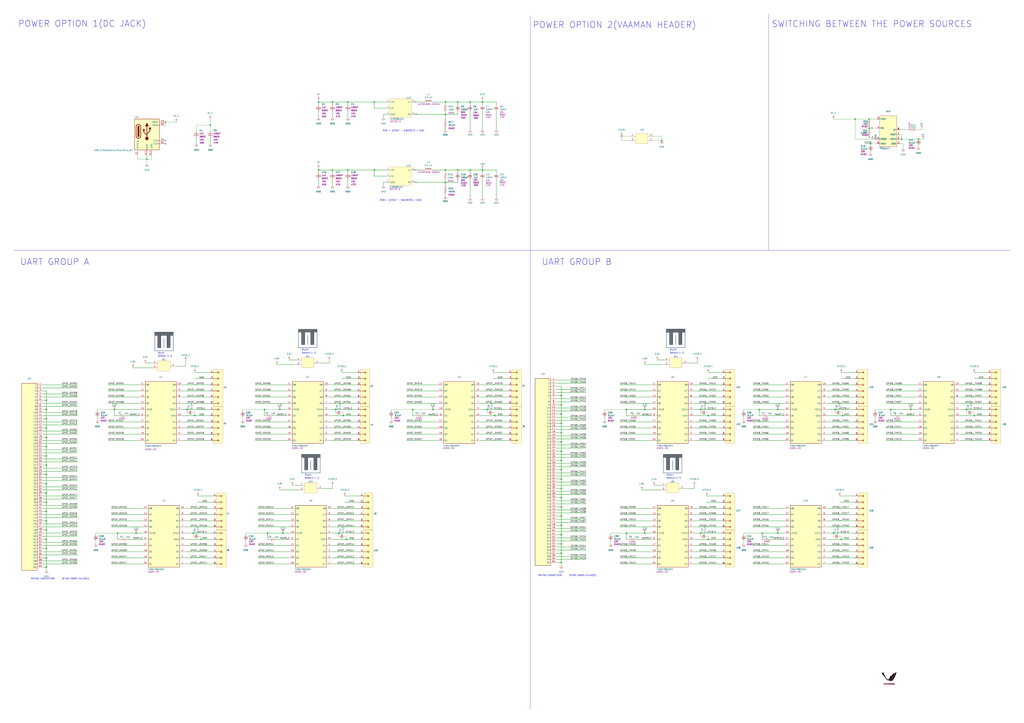
<source format=kicad_sch>
(kicad_sch (version 20231120) (generator "eeschema") (generator_version "8.0")
  (paper "A1")
  (title_block (title "VICHARAK") (date "2024-06-10") (rev "1.2"))
  (junction (at 581.66 341.63))
  (junction (at 96.52 438.15))
  (junction (at 461.01 454.66))
  (junction (at 278.13 438.15))
  (junction (at 365.76 83.82))
  (junction (at 461.01 424.18))
  (junction (at 38.1 374.65))
  (junction (at 120.65 130.81))
  (junction (at 626.11 438.15))
  (junction (at 38.1 389.89))
  (junction (at 638.81 438.15))
  (junction (at 261.62 83.82))
  (junction (at 754.38 114.3))
  (junction (at 396.24 139.7))
  (junction (at 38.1 397.51))
  (junction (at 229.87 336.55))
  (junction (at 461.01 393.7))
  (junction (at 684.53 438.15))
  (junction (at 748.03 336.55))
  (junction (at 365.76 149.86))
  (junction (at 285.75 83.82))
  (junction (at 153.67 336.55))
  (junction (at 461.01 462.28))
  (junction (at 38.1 420.37))
  (junction (at 461.01 347.98))
  (junction (at 365.76 139.7))
  (junction (at 160.02 341.63))
  (junction (at 38.1 336.55))
  (junction (at 38.1 367.03))
  (junction (at 111.76 438.15))
  (junction (at 38.1 359.41))
  (junction (at 461.01 340.36))
  (junction (at 232.41 438.15))
  (junction (at 461.01 439.42))
  (junction (at 38.1 466.09))
  (junction (at 158.75 438.15))
  (junction (at 685.8 336.55))
  (junction (at 217.17 336.55))
  (junction (at 135.89 100.33))
  (junction (at 375.92 83.82))
  (junction (at 386.08 139.7))
  (junction (at 702.31 97.79))
  (junction (at 38.1 450.85))
  (junction (at 461.01 401.32))
  (junction (at 365.76 93.98))
  (junction (at 461.01 408.94))
  (junction (at 307.34 139.7))
  (junction (at 529.59 438.15))
  (junction (at 285.75 139.7))
  (junction (at 461.01 386.08))
  (junction (at 273.05 83.82))
  (junction (at 715.01 118.11))
  (junction (at 275.59 336.55))
  (junction (at 38.1 412.75))
  (junction (at 281.94 341.63))
  (junction (at 38.1 458.47))
  (junction (at 740.41 114.3))
  (junction (at 793.75 336.55))
  (junction (at 375.92 139.7))
  (junction (at 713.74 105.41))
  (junction (at 514.35 336.55))
  (junction (at 38.1 344.17))
  (junction (at 461.01 416.56))
  (junction (at 543.56 115.57))
  (junction (at 38.1 405.13))
  (junction (at 690.88 443.23))
  (junction (at 93.98 336.55))
  (junction (at 386.08 83.82))
  (junction (at 623.57 336.55))
  (junction (at 307.34 83.82))
  (junction (at 581.66 443.23))
  (junction (at 461.01 363.22))
  (junction (at 575.31 336.55))
  (junction (at 38.1 351.79))
  (junction (at 406.4 341.63))
  (junction (at 461.01 332.74))
  (junction (at 461.01 370.84))
  (junction (at 638.81 336.55))
  (junction (at 461.01 378.46))
  (junction (at 355.6 336.55))
  (junction (at 800.1 341.63))
  (junction (at 713.74 97.79))
  (junction (at 692.15 341.63))
  (junction (at 339.09 336.55))
  (junction (at 510.54 111.76))
  (junction (at 575.31 438.15))
  (junction (at 38.1 435.61))
  (junction (at 38.1 443.23))
  (junction (at 461.01 325.12))
  (junction (at 38.1 328.93))
  (junction (at 461.01 431.8))
  (junction (at 284.48 443.23))
  (junction (at 396.24 83.82))
  (junction (at 461.01 355.6))
  (junction (at 400.05 336.55))
  (junction (at 529.59 336.55))
  (junction (at 461.01 447.04))
  (junction (at 38.1 427.99))
  (junction (at 165.1 443.23))
  (junction (at 219.71 438.15))
  (junction (at 273.05 139.7))
  (junction (at 731.52 336.55))
  (junction (at 261.62 139.7))
  (junction (at 172.72 102.87))
  (junction (at 38.1 382.27))
  (junction (at 514.35 438.15))
  (no_connect (at 135.89 115.57))
  (no_connect (at 135.89 118.11))
  (polyline (pts (xy 247.65 283.21) (xy 250.19 283.21)) (stroke (width 0.254) (type solid) (color 7 55 99 1)))
  (wire (pts (xy 114.3 361.95) (xy 88.9 361.95)) (stroke (width 0.254)))
  (polyline (pts (xy 547.37 386.08) (xy 549.91 386.08)) (stroke (width 0.254) (type solid) (color 7 55 99 1)))
  (wire (pts (xy 285.75 139.7) (xy 307.34 139.7)) (stroke (width 0.254)))
  (wire (pts (xy 63.5 410.21) (xy 35.56 410.21)) (stroke (width 0.254)))
  (wire (pts (xy 113.03 128.27) (xy 113.03 130.81)))
  (wire (pts (xy 273.05 433.07) (xy 295.91 433.07)) (stroke (width 0.254)))
  (wire (pts (xy 78.74 439.42) (xy 78.74 438.15)))
  (wire (pts (xy 396.24 86.36) (xy 396.24 83.82)) (stroke (width 0.254)))
  (wire (pts (xy 172.72 351.79) (xy 149.86 351.79)) (stroke (width 0.254)))
  (wire (pts (xy 800.1 339.09) (xy 800.1 341.63)))
  (wire (pts (xy 63.5 318.77) (xy 35.56 318.77)) (stroke (width 0.254)))
  (wire (pts (xy 165.1 440.69) (xy 165.1 443.23)))
  (wire (pts (xy 63.5 349.25) (xy 35.56 349.25)) (stroke (width 0.254)))
  (wire (pts (xy 270.51 326.39) (xy 293.37 326.39)) (stroke (width 0.254)))
  (wire (pts (xy 172.72 341.63) (xy 160.02 341.63)) (stroke (width 0.254)))
  (wire (pts (xy 610.87 336.55) (xy 623.57 336.55)))
  (wire (pts (xy 643.89 361.95) (xy 618.49 361.95)) (stroke (width 0.254)))
  (wire (pts (xy 575.31 438.15) (xy 575.31 440.69)))
  (wire (pts (xy 321.31 336.55) (xy 339.09 336.55)))
  (wire (pts (xy 481.33 426.72) (xy 457.2 426.72)) (stroke (width 0.254)))
  (polyline (pts (xy 245.11 270.51) (xy 245.11 285.75)) (stroke (width 0.254) (type solid) (color 7 55 99 1)))
  (wire (pts (xy 91.44 417.83) (xy 116.84 417.83)) (stroke (width 0.254)))
  (wire (pts (xy 149.86 336.55) (xy 153.67 336.55)) (stroke (width 0.254)))
  (wire (pts (xy 461.01 462.28) (xy 461.01 454.66)) (stroke (width 0.254)))
  (wire (pts (xy 201.93 444.5) (xy 201.93 447.04)))
  (wire (pts (xy 731.52 336.55) (xy 748.03 336.55)) (stroke (width 0.254)))
  (wire (pts (xy 631.19 341.63) (xy 643.89 341.63)) (stroke (width 0.254)))
  (wire (pts (xy 63.5 387.35) (xy 35.56 387.35)) (stroke (width 0.254)))
  (wire (pts (xy 593.09 361.95) (xy 570.23 361.95)) (stroke (width 0.254)))
  (polyline (pts (xy 557.53 386.08) (xy 557.53 375.92)) (stroke (width 0.254) (type solid) (color 7 55 99 1)))
  (wire (pts (xy 340.36 139.7) (xy 347.98 139.7)) (stroke (width 0.254)))
  (wire (pts (xy 514.35 336.55) (xy 529.59 336.55)) (stroke (width 0.254)))
  (wire (pts (xy 461.01 355.6) (xy 461.01 347.98)) (stroke (width 0.254)))
  (wire (pts (xy 593.09 412.75) (xy 580.39 412.75)) (stroke (width 0.254)))
  (wire (pts (xy 570.23 417.83) (xy 593.09 417.83)) (stroke (width 0.254)))
  (wire (pts (xy 35.56 443.23) (xy 38.1 443.23)) (stroke (width 0.254)))
  (wire (pts (xy 623.57 341.63) (xy 623.57 336.55)) (stroke (width 0.254)))
  (wire (pts (xy 626.11 443.23) (xy 627.38 443.23)) (stroke (width 0.254)))
  (wire (pts (xy 572.77 295.91) (xy 572.77 298.45)) (stroke (width 0.254)))
  (wire (pts (xy 314.96 96.52) (xy 314.96 93.98)) (stroke (width 0.254)))
  (polyline (pts (xy 139.7 285.75) (xy 139.7 275.59)) (stroke (width 0.254) (type solid) (color 7 55 99 1)))
  (wire (pts (xy 217.17 336.55) (xy 229.87 336.55)))
  (wire (pts (xy 509.27 346.71) (xy 534.67 346.71)) (stroke (width 0.254)))
  (wire (pts (xy 35.56 412.75) (xy 38.1 412.75)) (stroke (width 0.254)))
  (wire (pts (xy 152.4 295.91) (xy 152.4 300.99)) (stroke (width 0.254)))
  (wire (pts (xy 63.5 461.01) (xy 35.56 461.01)) (stroke (width 0.254)))
  (wire (pts (xy 120.65 128.27) (xy 120.65 130.81)))
  (polyline (pts (xy 132.08 275.59) (xy 137.16 275.59)) (stroke (width 0.254) (type solid) (color 7 55 99 1)))
  (wire (pts (xy 307.34 88.9) (xy 307.34 83.82)) (stroke (width 0.254)))
  (polyline (pts (xy 547.37 285.75) (xy 562.61 285.75)) (stroke (width 0.254) (type solid) (color 7 55 99 1)))
  (wire (pts (xy 38.1 450.85) (xy 38.1 458.47)) (stroke (width 0.254)))
  (wire (pts (xy 461.01 347.98) (xy 461.01 340.36)) (stroke (width 0.254)))
  (wire (pts (xy 581.66 306.07) (xy 593.09 306.07)) (stroke (width 0.254)))
  (wire (pts (xy 632.46 443.23) (xy 643.89 443.23)) (stroke (width 0.254)))
  (polyline (pts (xy 257.81 375.92) (xy 257.81 386.08)) (stroke (width 0.254) (type solid) (color 7 55 99 1)))
  (wire (pts (xy 93.98 336.55) (xy 93.98 341.63)) (stroke (width 0.254)))
  (wire (pts (xy 355.6 83.82) (xy 365.76 83.82)) (stroke (width 0.254)))
  (polyline (pts (xy 554.99 375.92) (xy 554.99 386.08)) (stroke (width 0.254) (type solid) (color 7 55 99 1)))
  (wire (pts (xy 509.27 427.99) (xy 534.67 427.99)) (stroke (width 0.254)))
  (polyline (pts (xy 435.61 205.74) (xy 435.61 582.93)))
  (wire (pts (xy 702.31 458.47) (xy 679.45 458.47)) (stroke (width 0.254)))
  (wire (pts (xy 702.31 336.55) (xy 685.8 336.55)) (stroke (width 0.254)))
  (wire (pts (xy 38.1 458.47) (xy 38.1 466.09)) (stroke (width 0.254)))
  (wire (pts (xy 593.09 458.47) (xy 570.23 458.47)) (stroke (width 0.254)))
  (wire (pts (xy 509.27 448.31) (xy 534.67 448.31)) (stroke (width 0.254)))
  (wire (pts (xy 679.45 326.39) (xy 702.31 326.39)) (stroke (width 0.254)))
  (wire (pts (xy 307.34 83.82) (xy 317.5 83.82)) (stroke (width 0.254)))
  (wire (pts (xy 788.67 321.31) (xy 811.53 321.31)) (stroke (width 0.254)))
  (wire (pts (xy 375.92 142.24) (xy 375.92 139.7)) (stroke (width 0.254)))
  (wire (pts (xy 496.57 337.82) (xy 496.57 336.55)))
  (wire (pts (xy 293.37 361.95) (xy 270.51 361.95)) (stroke (width 0.254)))
  (wire (pts (xy 739.14 106.68) (xy 745.49 106.68)))
  (wire (pts (xy 88.9 326.39) (xy 114.3 326.39)) (stroke (width 0.254)))
  (wire (pts (xy 38.1 351.79) (xy 38.1 359.41)) (stroke (width 0.254)))
  (wire (pts (xy 270.51 321.31) (xy 293.37 321.31)) (stroke (width 0.254)))
  (wire (pts (xy 63.5 334.01) (xy 35.56 334.01)) (stroke (width 0.254)))
  (wire (pts (xy 35.56 374.65) (xy 38.1 374.65)) (stroke (width 0.254)))
  (wire (pts (xy 175.26 453.39) (xy 152.4 453.39)) (stroke (width 0.254)))
  (wire (pts (xy 35.56 351.79) (xy 38.1 351.79)) (stroke (width 0.254)))
  (wire (pts (xy 80.01 342.9) (xy 80.01 345.44)))
  (wire (pts (xy 273.05 427.99) (xy 295.91 427.99)) (stroke (width 0.254)))
  (wire (pts (xy 618.49 453.39) (xy 643.89 453.39)) (stroke (width 0.254)))
  (wire (pts (xy 417.83 341.63) (xy 406.4 341.63)) (stroke (width 0.254)))
  (wire (pts (xy 481.33 322.58) (xy 457.2 322.58)) (stroke (width 0.254)))
  (wire (pts (xy 753.11 321.31) (xy 727.71 321.31)) (stroke (width 0.254)))
  (wire (pts (xy 510.54 111.76) (xy 510.54 115.57)))
  (wire (pts (xy 457.2 370.84) (xy 461.01 370.84)) (stroke (width 0.254)))
  (wire (pts (xy 96.52 438.15) (xy 111.76 438.15)) (stroke (width 0.254)))
  (wire (pts (xy 570.23 422.91) (xy 593.09 422.91)) (stroke (width 0.254)))
  (wire (pts (xy 481.33 365.76) (xy 457.2 365.76)) (stroke (width 0.254)))
  (wire (pts (xy 396.24 106.68) (xy 396.24 91.44)) (stroke (width 0.254)))
  (wire (pts (xy 481.33 337.82) (xy 457.2 337.82)) (stroke (width 0.254)))
  (wire (pts (xy 702.31 412.75) (xy 689.61 412.75)) (stroke (width 0.254)))
  (wire (pts (xy 542.29 398.78) (xy 537.21 398.78)) (stroke (width 0.254)))
  (wire (pts (xy 593.09 311.15) (xy 581.66 311.15)) (stroke (width 0.254)))
  (wire (pts (xy 626.11 341.63) (xy 623.57 341.63)) (stroke (width 0.254)))
  (wire (pts (xy 317.5 144.78) (xy 307.34 144.78)) (stroke (width 0.254)))
  (polyline (pts (xy 262.89 388.62) (xy 262.89 373.38)) (stroke (width 0.254) (type solid) (color 7 55 99 1)))
  (wire (pts (xy 365.76 93.98) (xy 365.76 97.79)) (stroke (width 0.254)))
  (wire (pts (xy 160.02 341.63) (xy 149.86 341.63)) (stroke (width 0.254)))
  (wire (pts (xy 35.56 382.27) (xy 38.1 382.27)) (stroke (width 0.254)))
  (wire (pts (xy 396.24 139.7) (xy 386.08 139.7)) (stroke (width 0.254)))
  (wire (pts (xy 63.5 377.19) (xy 35.56 377.19)) (stroke (width 0.254)))
  (wire (pts (xy 88.9 346.71) (xy 114.3 346.71)) (stroke (width 0.254)))
  (polyline (pts (xy 137.16 275.59) (xy 137.16 285.75)) (stroke (width 0.254) (type solid) (color 7 55 99 1)))
  (wire (pts (xy 481.33 388.62) (xy 457.2 388.62)) (stroke (width 0.254)))
  (wire (pts (xy 481.33 345.44) (xy 457.2 345.44)) (stroke (width 0.254)))
  (wire (pts (xy 35.56 458.47) (xy 38.1 458.47)) (stroke (width 0.254)))
  (wire (pts (xy 481.33 434.34) (xy 457.2 434.34)) (stroke (width 0.254)))
  (wire (pts (xy 209.55 316.23) (xy 234.95 316.23)) (stroke (width 0.254)))
  (wire (pts (xy 523.24 341.63) (xy 534.67 341.63)) (stroke (width 0.254)))
  (wire (pts (xy 457.2 439.42) (xy 461.01 439.42)) (stroke (width 0.254)))
  (wire (pts (xy 811.53 336.55) (xy 793.75 336.55)) (stroke (width 0.254)))
  (wire (pts (xy 38.1 374.65) (xy 38.1 382.27)) (stroke (width 0.254)))
  (wire (pts (xy 684.53 438.15) (xy 684.53 440.69)))
  (wire (pts (xy 534.67 433.07) (xy 509.27 433.07)) (stroke (width 0.254)))
  (wire (pts (xy 38.1 412.75) (xy 38.1 420.37)) (stroke (width 0.254)))
  (wire (pts (xy 570.23 433.07) (xy 593.09 433.07)) (stroke (width 0.254)))
  (wire (pts (xy 91.44 427.99) (xy 116.84 427.99)) (stroke (width 0.254)))
  (polyline (pts (xy 247.65 375.92) (xy 250.19 375.92)) (stroke (width 0.254) (type solid) (color 7 55 99 1)))
  (wire (pts (xy 199.39 342.9) (xy 199.39 345.44)))
  (wire (pts (xy 161.29 113.03) (xy 161.29 118.11)) (stroke (width 0.254)))
  (wire (pts (xy 481.33 449.58) (xy 457.2 449.58)) (stroke (width 0.254)))
  (wire (pts (xy 261.62 82.55) (xy 261.62 83.82)))
  (wire (pts (xy 406.4 339.09) (xy 406.4 341.63)))
  (wire (pts (xy 679.45 316.23) (xy 702.31 316.23)) (stroke (width 0.254)))
  (wire (pts (xy 461.01 325.12) (xy 457.2 325.12)) (stroke (width 0.254)))
  (polyline (pts (xy 557.53 375.92) (xy 560.07 375.92)) (stroke (width 0.254) (type solid) (color 7 55 99 1)))
  (wire (pts (xy 261.62 86.36) (xy 261.62 83.82)) (stroke (width 0.254)))
  (wire (pts (xy 618.49 458.47) (xy 643.89 458.47)) (stroke (width 0.254)))
  (wire (pts (xy 718.82 342.9) (xy 718.82 345.44)))
  (wire (pts (xy 481.33 452.12) (xy 457.2 452.12)) (stroke (width 0.254)))
  (wire (pts (xy 618.49 356.87) (xy 643.89 356.87)) (stroke (width 0.254)))
  (wire (pts (xy 109.22 302.26) (xy 124.46 302.26)) (stroke (width 0.254)))
  (wire (pts (xy 702.31 311.15) (xy 690.88 311.15)) (stroke (width 0.254)))
  (wire (pts (xy 270.51 331.47) (xy 293.37 331.47)) (stroke (width 0.254)))
  (polyline (pts (xy 250.19 375.92) (xy 250.19 386.08)) (stroke (width 0.254) (type solid) (color 7 55 99 1)))
  (wire (pts (xy 135.89 100.33) (xy 135.89 102.87)))
  (wire (pts (xy 284.48 440.69) (xy 284.48 443.23)))
  (wire (pts (xy 38.1 435.61) (xy 38.1 443.23)) (stroke (width 0.254)))
  (wire (pts (xy 35.56 466.09) (xy 38.1 466.09)) (stroke (width 0.254)))
  (wire (pts (xy 284.48 443.23) (xy 273.05 443.23)) (stroke (width 0.254)))
  (wire (pts (xy 217.17 341.63) (xy 217.17 336.55)) (stroke (width 0.254)))
  (wire (pts (xy 283.21 407.67) (xy 295.91 407.67)) (stroke (width 0.254)))
  (wire (pts (xy 529.59 299.72) (xy 544.83 299.72)) (stroke (width 0.254)))
  (wire (pts (xy 457.2 363.22) (xy 461.01 363.22)) (stroke (width 0.254)))
  (wire (pts (xy 321.31 337.82) (xy 321.31 336.55)))
  (wire (pts (xy 365.76 149.86) (xy 375.92 149.86)) (stroke (width 0.254)))
  (wire (pts (xy 365.76 93.98) (xy 375.92 93.98)) (stroke (width 0.254)))
  (wire (pts (xy 461.01 386.08) (xy 461.01 378.46)) (stroke (width 0.254)))
  (wire (pts (xy 593.09 346.71) (xy 570.23 346.71)) (stroke (width 0.254)))
  (wire (pts (xy 618.49 463.55) (xy 643.89 463.55)) (stroke (width 0.254)))
  (wire (pts (xy 38.1 321.31) (xy 38.1 328.93)) (stroke (width 0.254)))
  (wire (pts (xy 396.24 162.56) (xy 396.24 147.32)) (stroke (width 0.254)))
  (wire (pts (xy 593.09 336.55) (xy 575.31 336.55)) (stroke (width 0.254)))
  (wire (pts (xy 417.83 346.71) (xy 394.97 346.71)) (stroke (width 0.254)))
  (wire (pts (xy 417.83 356.87) (xy 394.97 356.87)) (stroke (width 0.254)))
  (polyline (pts (xy 560.07 373.38) (xy 544.83 373.38)) (stroke (width 0.254) (type solid) (color 7 55 99 1)))
  (wire (pts (xy 793.75 336.55) (xy 793.75 339.09)))
  (wire (pts (xy 407.67 162.56) (xy 407.67 147.32)) (stroke (width 0.254)))
  (wire (pts (xy 80.01 337.82) (xy 80.01 336.55)))
  (wire (pts (xy 209.55 346.71) (xy 234.95 346.71)) (stroke (width 0.254)))
  (polyline (pts (xy 142.24 273.05) (xy 127 273.05)) (stroke (width 0.254) (type solid) (color 7 55 99 1)))
  (wire (pts (xy 618.49 316.23) (xy 643.89 316.23)) (stroke (width 0.254)))
  (wire (pts (xy 405.13 306.07) (xy 417.83 306.07)) (stroke (width 0.254)))
  (wire (pts (xy 283.21 440.69) (xy 284.48 440.69)))
  (wire (pts (xy 63.5 323.85) (xy 35.56 323.85)) (stroke (width 0.254)))
  (wire (pts (xy 227.33 299.72) (xy 242.57 299.72)) (stroke (width 0.254)))
  (wire (pts (xy 593.09 448.31) (xy 570.23 448.31)) (stroke (width 0.254)))
  (wire (pts (xy 175.26 458.47) (xy 152.4 458.47)) (stroke (width 0.254)))
  (wire (pts (xy 281.94 339.09) (xy 281.94 341.63)))
  (wire (pts (xy 788.67 316.23) (xy 811.53 316.23)) (stroke (width 0.254)))
  (wire (pts (xy 638.81 336.55) (xy 643.89 336.55)) (stroke (width 0.254)))
  (wire (pts (xy 461.01 370.84) (xy 461.01 363.22)) (stroke (width 0.254)))
  (wire (pts (xy 261.62 142.24) (xy 261.62 139.7)) (stroke (width 0.254)))
  (wire (pts (xy 685.8 336.55) (xy 685.8 339.09)))
  (wire (pts (xy 481.33 350.52) (xy 457.2 350.52)) (stroke (width 0.254)))
  (wire (pts (xy 702.31 448.31) (xy 679.45 448.31)) (stroke (width 0.254)))
  (wire (pts (xy 175.26 443.23) (xy 165.1 443.23)) (stroke (width 0.254)))
  (wire (pts (xy 149.86 321.31) (xy 172.72 321.31)) (stroke (width 0.254)))
  (wire (pts (xy 718.82 336.55) (xy 731.52 336.55)))
  (wire (pts (xy 160.02 306.07) (xy 172.72 306.07)) (stroke (width 0.254)))
  (polyline (pts (xy 549.91 273.05) (xy 549.91 283.21)) (stroke (width 0.254) (type solid) (color 7 55 99 1)))
  (wire (pts (xy 365.76 92.71) (xy 365.76 93.98)))
  (wire (pts (xy 153.67 336.55) (xy 172.72 336.55)) (stroke (width 0.254)))
  (wire (pts (xy 340.36 93.98) (xy 365.76 93.98)) (stroke (width 0.254)))
  (wire (pts (xy 575.31 438.15) (xy 570.23 438.15)) (stroke (width 0.254)))
  (wire (pts (xy 80.01 336.55) (xy 93.98 336.55)))
  (wire (pts (xy 734.06 341.63) (xy 731.52 341.63)) (stroke (width 0.254)))
  (wire (pts (xy 165.1 443.23) (xy 152.4 443.23)) (stroke (width 0.254)))
  (wire (pts (xy 516.89 443.23) (xy 514.35 443.23)) (stroke (width 0.254)))
  (wire (pts (xy 104.14 443.23) (xy 116.84 443.23)) (stroke (width 0.254)))
  (wire (pts (xy 527.05 402.59) (xy 542.29 402.59)) (stroke (width 0.254)))
  (wire (pts (xy 38.1 367.03) (xy 38.1 374.65)) (stroke (width 0.254)))
  (wire (pts (xy 461.01 408.94) (xy 461.01 401.32)) (stroke (width 0.254)))
  (wire (pts (xy 679.45 427.99) (xy 702.31 427.99)) (stroke (width 0.254)))
  (wire (pts (xy 702.31 341.63) (xy 692.15 341.63)) (stroke (width 0.254)))
  (wire (pts (xy 152.4 300.99) (xy 144.78 300.99)) (stroke (width 0.254)))
  (wire (pts (xy 261.62 83.82) (xy 273.05 83.82)) (stroke (width 0.254)))
  (wire (pts (xy 702.31 114.3) (xy 702.31 97.79)))
  (polyline (pts (xy 260.35 285.75) (xy 260.35 270.51)) (stroke (width 0.254) (type solid) (color 7 55 99 1)))
  (polyline (pts (xy 247.65 388.62) (xy 262.89 388.62)) (stroke (width 0.254) (type solid) (color 7 55 99 1)))
  (polyline (pts (xy 127 288.29) (xy 142.24 288.29)) (stroke (width 0.254) (type solid) (color 7 55 99 1)))
  (wire (pts (xy 405.13 339.09) (xy 406.4 339.09)))
  (wire (pts (xy 534.67 463.55) (xy 509.27 463.55)) (stroke (width 0.254)))
  (wire (pts (xy 285.75 91.44) (xy 285.75 96.52)) (stroke (width 0.254)))
  (wire (pts (xy 509.27 316.23) (xy 534.67 316.23)) (stroke (width 0.254)))
  (wire (pts (xy 334.01 316.23) (xy 359.41 316.23)) (stroke (width 0.254)))
  (wire (pts (xy 158.75 438.15) (xy 175.26 438.15)) (stroke (width 0.254)))
  (wire (pts (xy 96.52 443.23) (xy 96.52 438.15)) (stroke (width 0.254)))
  (wire (pts (xy 610.87 337.82) (xy 610.87 336.55)))
  (wire (pts (xy 199.39 337.82) (xy 199.39 336.55)))
  (wire (pts (xy 396.24 142.24) (xy 396.24 139.7)) (stroke (width 0.254)))
  (wire (pts (xy 481.33 459.74) (xy 457.2 459.74)) (stroke (width 0.254)))
  (wire (pts (xy 63.5 407.67) (xy 35.56 407.67)) (stroke (width 0.254)))
  (wire (pts (xy 580.39 339.09) (xy 581.66 339.09)))
  (wire (pts (xy 63.5 463.55) (xy 35.56 463.55)) (stroke (width 0.254)))
  (wire (pts (xy 295.91 443.23) (xy 284.48 443.23)) (stroke (width 0.254)))
  (wire (pts (xy 481.33 360.68) (xy 457.2 360.68)) (stroke (width 0.254)))
  (wire (pts (xy 375.92 91.44) (xy 375.92 93.98)) (stroke (width 0.254)))
  (wire (pts (xy 91.44 458.47) (xy 116.84 458.47)) (stroke (width 0.254)))
  (wire (pts (xy 407.67 86.36) (xy 407.67 83.82)) (stroke (width 0.254)))
  (wire (pts (xy 245.11 398.78) (xy 240.03 398.78)) (stroke (width 0.254)))
  (polyline (pts (xy 552.45 283.21) (xy 552.45 273.05)) (stroke (width 0.254) (type solid) (color 7 55 99 1)))
  (wire (pts (xy 753.11 331.47) (xy 727.71 331.47)) (stroke (width 0.254)))
  (wire (pts (xy 800.1 341.63) (xy 788.67 341.63)) (stroke (width 0.254)))
  (wire (pts (xy 219.71 443.23) (xy 220.98 443.23)) (stroke (width 0.254)))
  (wire (pts (xy 223.52 341.63) (xy 234.95 341.63)) (stroke (width 0.254)))
  (wire (pts (xy 481.33 368.3) (xy 457.2 368.3)) (stroke (width 0.254)))
  (wire (pts (xy 158.75 438.15) (xy 158.75 440.69)))
  (wire (pts (xy 514.35 341.63) (xy 514.35 336.55)) (stroke (width 0.254)))
  (wire (pts (xy 124.46 298.45) (xy 119.38 298.45)) (stroke (width 0.254)))
  (wire (pts (xy 226.06 443.23) (xy 237.49 443.23)) (stroke (width 0.254)))
  (wire (pts (xy 570.23 398.78) (xy 570.23 401.32)) (stroke (width 0.254)))
  (wire (pts (xy 35.56 367.03) (xy 38.1 367.03)) (stroke (width 0.254)))
  (wire (pts (xy 748.03 336.55) (xy 753.11 336.55)) (stroke (width 0.254)))
  (wire (pts (xy 457.2 393.7) (xy 461.01 393.7)) (stroke (width 0.254)))
  (wire (pts (xy 481.33 358.14) (xy 457.2 358.14)) (stroke (width 0.254)))
  (wire (pts (xy 199.39 336.55) (xy 217.17 336.55)))
  (wire (pts (xy 285.75 83.82) (xy 307.34 83.82)) (stroke (width 0.254)))
  (wire (pts (xy 457.2 424.18) (xy 461.01 424.18)) (stroke (width 0.254)))
  (wire (pts (xy 581.66 341.63) (xy 570.23 341.63)) (stroke (width 0.254)))
  (polyline (pts (xy 142.24 288.29) (xy 142.24 273.05)) (stroke (width 0.254) (type solid) (color 7 55 99 1)))
  (wire (pts (xy 234.95 321.31) (xy 209.55 321.31)) (stroke (width 0.254)))
  (polyline (pts (xy 11.43 205.74) (xy 246.38 205.74)))
  (wire (pts (xy 417.83 336.55) (xy 400.05 336.55)) (stroke (width 0.254)))
  (wire (pts (xy 593.09 341.63) (xy 581.66 341.63)) (stroke (width 0.254)))
  (wire (pts (xy 63.5 445.77) (xy 35.56 445.77)) (stroke (width 0.254)))
  (wire (pts (xy 295.91 448.31) (xy 273.05 448.31)) (stroke (width 0.254)))
  (wire (pts (xy 63.5 364.49) (xy 35.56 364.49)) (stroke (width 0.254)))
  (wire (pts (xy 365.76 93.98) (xy 367.03 93.98)))
  (wire (pts (xy 63.5 430.53) (xy 35.56 430.53)) (stroke (width 0.254)))
  (wire (pts (xy 457.2 317.5) (xy 461.01 317.5)) (stroke (width 0.254)))
  (wire (pts (xy 610.87 439.42) (xy 610.87 438.15)))
  (polyline (pts (xy 137.16 285.75) (xy 139.7 285.75)) (stroke (width 0.254) (type solid) (color 7 55 99 1)))
  (wire (pts (xy 321.31 342.9) (xy 321.31 345.44)))
  (polyline (pts (xy 250.19 386.08) (xy 252.73 386.08)) (stroke (width 0.254) (type solid) (color 7 55 99 1)))
  (wire (pts (xy 35.56 344.17) (xy 38.1 344.17)) (stroke (width 0.254)))
  (wire (pts (xy 232.41 438.15) (xy 237.49 438.15)) (stroke (width 0.254)))
  (wire (pts (xy 285.75 147.32) (xy 285.75 152.4)) (stroke (width 0.254)))
  (wire (pts (xy 461.01 416.56) (xy 461.01 408.94)) (stroke (width 0.254)))
  (wire (pts (xy 457.2 347.98) (xy 461.01 347.98)) (stroke (width 0.254)))
  (wire (pts (xy 690.88 339.09) (xy 692.15 339.09)))
  (wire (pts (xy 509.27 331.47) (xy 534.67 331.47)) (stroke (width 0.254)))
  (wire (pts (xy 570.23 331.47) (xy 593.09 331.47)) (stroke (width 0.254)))
  (polyline (pts (xy 247.65 273.05) (xy 247.65 283.21)) (stroke (width 0.254) (type solid) (color 7 55 99 1)))
  (wire (pts (xy 481.33 375.92) (xy 457.2 375.92)) (stroke (width 0.254)))
  (wire (pts (xy 702.31 443.23) (xy 690.88 443.23)) (stroke (width 0.254)))
  (wire (pts (xy 788.67 331.47) (xy 811.53 331.47)) (stroke (width 0.254)))
  (wire (pts (xy 35.56 359.41) (xy 38.1 359.41)) (stroke (width 0.254)))
  (polyline (pts (xy 127 275.59) (xy 129.54 275.59)) (stroke (width 0.254) (type solid) (color 7 55 99 1)))
  (wire (pts (xy 270.51 336.55) (xy 275.59 336.55)) (stroke (width 0.254)))
  (wire (pts (xy 273.05 417.83) (xy 295.91 417.83)) (stroke (width 0.254)))
  (wire (pts (xy 570.23 326.39) (xy 593.09 326.39)) (stroke (width 0.254)))
  (wire (pts (xy 172.72 356.87) (xy 149.86 356.87)) (stroke (width 0.254)))
  (wire (pts (xy 702.31 351.79) (xy 679.45 351.79)) (stroke (width 0.254)))
  (wire (pts (xy 461.01 393.7) (xy 461.01 386.08)) (stroke (width 0.254)))
  (wire (pts (xy 63.5 369.57) (xy 35.56 369.57)) (stroke (width 0.254)))
  (wire (pts (xy 516.89 111.76) (xy 510.54 111.76)))
  (wire (pts (xy 78.74 444.5) (xy 78.74 447.04)))
  (wire (pts (xy 481.33 406.4) (xy 457.2 406.4)) (stroke (width 0.254)))
  (wire (pts (xy 509.27 356.87) (xy 534.67 356.87)) (stroke (width 0.254)))
  (wire (pts (xy 38.1 328.93) (xy 38.1 336.55)) (stroke (width 0.254)))
  (wire (pts (xy 63.5 339.09) (xy 35.56 339.09)) (stroke (width 0.254)))
  (wire (pts (xy 720.09 114.3) (xy 702.31 114.3)))
  (wire (pts (xy 209.55 356.87) (xy 234.95 356.87)) (stroke (width 0.254)))
  (wire (pts (xy 63.5 326.39) (xy 35.56 326.39)) (stroke (width 0.254)))
  (wire (pts (xy 754.38 119.38) (xy 754.38 120.65)))
  (wire (pts (xy 715.01 125.73) (xy 715.01 124.46)))
  (polyline (pts (xy 554.99 386.08) (xy 557.53 386.08)) (stroke (width 0.254) (type solid) (color 7 55 99 1)))
  (wire (pts (xy 307.34 139.7) (xy 317.5 139.7)) (stroke (width 0.254)))
  (wire (pts (xy 461.01 332.74) (xy 461.01 325.12)) (stroke (width 0.254)))
  (wire (pts (xy 684.53 438.15) (xy 679.45 438.15)) (stroke (width 0.254)))
  (polyline (pts (xy 132.08 285.75) (xy 132.08 275.59)) (stroke (width 0.254) (type solid) (color 7 55 99 1)))
  (wire (pts (xy 111.76 438.15) (xy 116.84 438.15)) (stroke (width 0.254)))
  (wire (pts (xy 63.5 400.05) (xy 35.56 400.05)) (stroke (width 0.254)))
  (wire (pts (xy 38.1 359.41) (xy 38.1 367.03)) (stroke (width 0.254)))
  (wire (pts (xy 529.59 438.15) (xy 534.67 438.15)) (stroke (width 0.254)))
  (wire (pts (xy 99.06 443.23) (xy 96.52 443.23)) (stroke (width 0.254)))
  (polyline (pts (xy 134.62 278.13) (xy 134.62 285.75)) (stroke (width 0.254) (type solid) (color 7 55 99 1)))
  (wire (pts (xy 78.74 438.15) (xy 96.52 438.15)))
  (wire (pts (xy 800.1 306.07) (xy 811.53 306.07)) (stroke (width 0.254)))
  (wire (pts (xy 394.97 316.23) (xy 417.83 316.23)) (stroke (width 0.254)))
  (wire (pts (xy 457.2 431.8) (xy 461.01 431.8)) (stroke (width 0.254)))
  (wire (pts (xy 481.33 312.42) (xy 457.2 312.42)) (stroke (width 0.254)))
  (wire (pts (xy 38.1 336.55) (xy 38.1 344.17)) (stroke (width 0.254)))
  (polyline (pts (xy 547.37 375.92) (xy 547.37 386.08)) (stroke (width 0.254) (type solid) (color 7 55 99 1)))
  (wire (pts (xy 314.96 152.4) (xy 314.96 149.86)) (stroke (width 0.254)))
  (wire (pts (xy 679.45 321.31) (xy 702.31 321.31)) (stroke (width 0.254)))
  (wire (pts (xy 396.24 138.43) (xy 396.24 139.7)))
  (wire (pts (xy 417.83 351.79) (xy 394.97 351.79)) (stroke (width 0.254)))
  (wire (pts (xy 457.2 340.36) (xy 461.01 340.36)) (stroke (width 0.254)))
  (polyline (pts (xy 247.65 373.38) (xy 247.65 388.62)) (stroke (width 0.254) (type solid) (color 7 55 99 1)))
  (wire (pts (xy 618.49 448.31) (xy 643.89 448.31)) (stroke (width 0.254)))
  (wire (pts (xy 38.1 344.17) (xy 38.1 351.79)) (stroke (width 0.254)))
  (wire (pts (xy 811.53 351.79) (xy 788.67 351.79)) (stroke (width 0.254)))
  (wire (pts (xy 172.72 311.15) (xy 160.02 311.15)) (stroke (width 0.254)))
  (wire (pts (xy 481.33 335.28) (xy 457.2 335.28)) (stroke (width 0.254)))
  (wire (pts (xy 702.31 356.87) (xy 679.45 356.87)) (stroke (width 0.254)))
  (wire (pts (xy 35.56 316.23) (xy 63.5 316.23)) (stroke (width 0.254)))
  (wire (pts (xy 461.01 317.5) (xy 461.01 325.12)) (stroke (width 0.254)))
  (wire (pts (xy 580.39 407.67) (xy 593.09 407.67)) (stroke (width 0.254)))
  (wire (pts (xy 365.76 139.7) (xy 365.76 140.97)))
  (wire (pts (xy 481.33 373.38) (xy 457.2 373.38)) (stroke (width 0.254)))
  (wire (pts (xy 692.15 339.09) (xy 692.15 341.63)))
  (polyline (pts (xy 435.61 205.74) (xy 829.31 205.74)))
  (polyline (pts (xy 560.07 273.05) (xy 562.61 273.05)) (stroke (width 0.254) (type solid) (color 7 55 99 1)))
  (wire (pts (xy 575.31 336.55) (xy 570.23 336.55)) (stroke (width 0.254)))
  (wire (pts (xy 113.03 130.81) (xy 120.65 130.81)))
  (polyline (pts (xy 549.91 283.21) (xy 552.45 283.21)) (stroke (width 0.254) (type solid) (color 7 55 99 1)))
  (wire (pts (xy 152.4 433.07) (xy 175.26 433.07)) (stroke (width 0.254)))
  (wire (pts (xy 457.2 386.08) (xy 461.01 386.08)) (stroke (width 0.254)))
  (wire (pts (xy 293.37 346.71) (xy 270.51 346.71)) (stroke (width 0.254)))
  (polyline (pts (xy 631.19 11.43) (xy 631.19 205.74)))
  (wire (pts (xy 355.6 336.55) (xy 339.09 336.55)))
  (polyline (pts (xy 557.53 273.05) (xy 557.53 283.21)) (stroke (width 0.254) (type solid) (color 7 55 99 1)))
  (wire (pts (xy 63.5 361.95) (xy 35.56 361.95)) (stroke (width 0.254)))
  (wire (pts (xy 593.09 356.87) (xy 570.23 356.87)) (stroke (width 0.254)))
  (wire (pts (xy 509.27 458.47) (xy 534.67 458.47)) (stroke (width 0.254)))
  (wire (pts (xy 461.01 439.42) (xy 461.01 431.8)) (stroke (width 0.254)))
  (wire (pts (xy 63.5 379.73) (xy 35.56 379.73)) (stroke (width 0.254)))
  (wire (pts (xy 481.33 419.1) (xy 457.2 419.1)) (stroke (width 0.254)))
  (wire (pts (xy 702.31 361.95) (xy 679.45 361.95)) (stroke (width 0.254)))
  (wire (pts (xy 811.53 311.15) (xy 800.1 311.15)) (stroke (width 0.254)))
  (wire (pts (xy 509.27 326.39) (xy 534.67 326.39)) (stroke (width 0.254)))
  (wire (pts (xy 285.75 86.36) (xy 285.75 83.82)) (stroke (width 0.254)))
  (wire (pts (xy 406.4 341.63) (xy 394.97 341.63)) (stroke (width 0.254)))
  (wire (pts (xy 63.5 417.83) (xy 35.56 417.83)) (stroke (width 0.254)))
  (wire (pts (xy 149.86 326.39) (xy 172.72 326.39)) (stroke (width 0.254)))
  (wire (pts (xy 740.41 114.3) (xy 754.38 114.3)))
  (wire (pts (xy 713.74 105.41) (xy 720.09 105.41)))
  (wire (pts (xy 375.92 147.32) (xy 375.92 149.86)) (stroke (width 0.254)))
  (polyline (pts (xy 260.35 375.92) (xy 262.89 375.92)) (stroke (width 0.254) (type solid) (color 7 55 99 1)))
  (wire (pts (xy 386.08 91.44) (xy 386.08 106.68)) (stroke (width 0.254)))
  (wire (pts (xy 217.17 341.63) (xy 218.44 341.63)) (stroke (width 0.254)))
  (wire (pts (xy 375.92 86.36) (xy 375.92 83.82)) (stroke (width 0.254)))
  (wire (pts (xy 307.34 144.78) (xy 307.34 139.7)) (stroke (width 0.254)))
  (wire (pts (xy 457.2 355.6) (xy 461.01 355.6)) (stroke (width 0.254)))
  (wire (pts (xy 417.83 361.95) (xy 394.97 361.95)) (stroke (width 0.254)))
  (wire (pts (xy 626.11 443.23) (xy 626.11 438.15)) (stroke (width 0.254)))
  (wire (pts (xy 175.26 412.75) (xy 162.56 412.75)) (stroke (width 0.254)))
  (wire (pts (xy 212.09 433.07) (xy 237.49 433.07)) (stroke (width 0.254)))
  (wire (pts (xy 731.52 341.63) (xy 731.52 336.55)) (stroke (width 0.254)))
  (wire (pts (xy 544.83 295.91) (xy 539.75 295.91)) (stroke (width 0.254)))
  (wire (pts (xy 570.23 401.32) (xy 562.61 401.32)) (stroke (width 0.254)))
  (wire (pts (xy 521.97 443.23) (xy 534.67 443.23)) (stroke (width 0.254)))
  (polyline (pts (xy 250.19 283.21) (xy 250.19 273.05)) (stroke (width 0.254) (type solid) (color 7 55 99 1)))
  (wire (pts (xy 172.72 113.03) (xy 172.72 118.11)) (stroke (width 0.254)))
  (wire (pts (xy 481.33 436.88) (xy 457.2 436.88)) (stroke (width 0.254)))
  (wire (pts (xy 702.31 453.39) (xy 679.45 453.39)) (stroke (width 0.254)))
  (polyline (pts (xy 255.27 378.46) (xy 255.27 386.08)) (stroke (width 0.254) (type solid) (color 7 55 99 1)))
  (wire (pts (xy 386.08 83.82) (xy 375.92 83.82)) (stroke (width 0.254)))
  (wire (pts (xy 593.09 438.15) (xy 575.31 438.15)) (stroke (width 0.254)))
  (wire (pts (xy 209.55 326.39) (xy 234.95 326.39)) (stroke (width 0.254)))
  (wire (pts (xy 739.14 341.63) (xy 753.11 341.63)) (stroke (width 0.254)))
  (wire (pts (xy 481.33 383.54) (xy 457.2 383.54)) (stroke (width 0.254)))
  (wire (pts (xy 570.23 321.31) (xy 593.09 321.31)) (stroke (width 0.254)))
  (wire (pts (xy 63.5 392.43) (xy 35.56 392.43)) (stroke (width 0.254)))
  (wire (pts (xy 481.33 327.66) (xy 457.2 327.66)) (stroke (width 0.254)))
  (wire (pts (xy 38.1 427.99) (xy 38.1 435.61)) (stroke (width 0.254)))
  (wire (pts (xy 314.96 93.98) (xy 317.5 93.98)) (stroke (width 0.254)))
  (wire (pts (xy 172.72 97.79) (xy 172.72 102.87)))
  (wire (pts (xy 285.75 142.24) (xy 285.75 139.7)) (stroke (width 0.254)))
  (wire (pts (xy 365.76 160.02) (xy 365.76 161.29)))
  (wire (pts (xy 514.35 341.63) (xy 518.16 341.63)) (stroke (width 0.254)))
  (wire (pts (xy 400.05 336.55) (xy 400.05 339.09)))
  (wire (pts (xy 510.54 115.57) (xy 516.89 115.57)))
  (wire (pts (xy 293.37 356.87) (xy 270.51 356.87)) (stroke (width 0.254)))
  (wire (pts (xy 481.33 403.86) (xy 457.2 403.86)) (stroke (width 0.254)))
  (wire (pts (xy 643.89 321.31) (xy 618.49 321.31)) (stroke (width 0.254)))
  (wire (pts (xy 63.5 331.47) (xy 35.56 331.47)) (stroke (width 0.254)))
  (wire (pts (xy 278.13 438.15) (xy 273.05 438.15)) (stroke (width 0.254)))
  (wire (pts (xy 509.27 351.79) (xy 534.67 351.79)) (stroke (width 0.254)))
  (wire (pts (xy 359.41 321.31) (xy 334.01 321.31)) (stroke (width 0.254)))
  (wire (pts (xy 570.23 316.23) (xy 593.09 316.23)) (stroke (width 0.254)))
  (polyline (pts (xy 554.99 275.59) (xy 554.99 283.21)) (stroke (width 0.254) (type solid) (color 7 55 99 1)))
  (wire (pts (xy 727.71 356.87) (xy 753.11 356.87)) (stroke (width 0.254)))
  (wire (pts (xy 643.89 351.79) (xy 618.49 351.79)) (stroke (width 0.254)))
  (wire (pts (xy 461.01 462.28) (xy 461.01 464.82)) (stroke (width 0.254)))
  (wire (pts (xy 295.91 412.75) (xy 283.21 412.75)) (stroke (width 0.254)))
  (polyline (pts (xy 560.07 388.62) (xy 560.07 373.38)) (stroke (width 0.254) (type solid) (color 7 55 99 1)))
  (wire (pts (xy 570.23 427.99) (xy 593.09 427.99)) (stroke (width 0.254)))
  (wire (pts (xy 811.53 346.71) (xy 788.67 346.71)) (stroke (width 0.254)))
  (wire (pts (xy 396.24 139.7) (xy 407.67 139.7)) (stroke (width 0.254)))
  (wire (pts (xy 580.39 440.69) (xy 581.66 440.69)))
  (wire (pts (xy 718.82 337.82) (xy 718.82 336.55)))
  (wire (pts (xy 162.56 407.67) (xy 175.26 407.67)) (stroke (width 0.254)))
  (wire (pts (xy 355.6 336.55) (xy 359.41 336.55)))
  (wire (pts (xy 273.05 422.91) (xy 295.91 422.91)) (stroke (width 0.254)))
  (wire (pts (xy 63.5 455.93) (xy 35.56 455.93)) (stroke (width 0.254)))
  (wire (pts (xy 212.09 453.39) (xy 237.49 453.39)) (stroke (width 0.254)))
  (wire (pts (xy 685.8 336.55) (xy 679.45 336.55)) (stroke (width 0.254)))
  (polyline (pts (xy 544.83 388.62) (xy 560.07 388.62)) (stroke (width 0.254) (type solid) (color 7 55 99 1)))
  (wire (pts (xy 690.88 440.69) (xy 690.88 443.23)))
  (wire (pts (xy 152.4 422.91) (xy 175.26 422.91)) (stroke (width 0.254)))
  (wire (pts (xy 63.5 422.91) (xy 35.56 422.91)) (stroke (width 0.254)))
  (wire (pts (xy 63.5 448.31) (xy 35.56 448.31)) (stroke (width 0.254)))
  (wire (pts (xy 63.5 433.07) (xy 35.56 433.07)) (stroke (width 0.254)))
  (polyline (pts (xy 544.83 373.38) (xy 544.83 388.62)) (stroke (width 0.254) (type solid) (color 7 55 99 1)))
  (wire (pts (xy 457.2 454.66) (xy 461.01 454.66)) (stroke (width 0.254)))
  (wire (pts (xy 237.49 417.83) (xy 212.09 417.83)) (stroke (width 0.254)))
  (wire (pts (xy 275.59 336.55) (xy 293.37 336.55)) (stroke (width 0.254)))
  (wire (pts (xy 811.53 361.95) (xy 788.67 361.95)) (stroke (width 0.254)))
  (wire (pts (xy 270.51 295.91) (xy 270.51 298.45)) (stroke (width 0.254)))
  (wire (pts (xy 234.95 351.79) (xy 209.55 351.79)) (stroke (width 0.254)))
  (wire (pts (xy 35.56 321.31) (xy 38.1 321.31)) (stroke (width 0.254)))
  (wire (pts (xy 529.59 336.55) (xy 534.67 336.55)) (stroke (width 0.254)))
  (wire (pts (xy 219.71 443.23) (xy 219.71 438.15)) (stroke (width 0.254)))
  (wire (pts (xy 727.71 316.23) (xy 753.11 316.23)) (stroke (width 0.254)))
  (wire (pts (xy 346.71 341.63) (xy 359.41 341.63)) (stroke (width 0.254)))
  (wire (pts (xy 811.53 341.63) (xy 800.1 341.63)) (stroke (width 0.254)))
  (wire (pts (xy 116.84 463.55) (xy 91.44 463.55)) (stroke (width 0.254)))
  (polyline (pts (xy 562.61 270.51) (xy 547.37 270.51)) (stroke (width 0.254) (type solid) (color 7 55 99 1)))
  (wire (pts (xy 91.44 448.31) (xy 116.84 448.31)) (stroke (width 0.254)))
  (wire (pts (xy 280.67 339.09) (xy 281.94 339.09)))
  (wire (pts (xy 35.56 336.55) (xy 38.1 336.55)) (stroke (width 0.254)))
  (wire (pts (xy 623.57 336.55) (xy 638.81 336.55)) (stroke (width 0.254)))
  (wire (pts (xy 340.36 83.82) (xy 347.98 83.82)) (stroke (width 0.254)))
  (wire (pts (xy 293.37 311.15) (xy 280.67 311.15)) (stroke (width 0.254)))
  (wire (pts (xy 38.1 405.13) (xy 38.1 412.75)) (stroke (width 0.254)))
  (wire (pts (xy 201.93 438.15) (xy 219.71 438.15)))
  (wire (pts (xy 63.5 453.39) (xy 35.56 453.39)) (stroke (width 0.254)))
  (wire (pts (xy 63.5 346.71) (xy 35.56 346.71)) (stroke (width 0.254)))
  (wire (pts (xy 365.76 149.86) (xy 367.03 149.86)))
  (wire (pts (xy 534.67 321.31) (xy 509.27 321.31)) (stroke (width 0.254)))
  (wire (pts (xy 212.09 463.55) (xy 237.49 463.55)) (stroke (width 0.254)))
  (wire (pts (xy 365.76 83.82) (xy 365.76 85.09)) (stroke (width 0.254)))
  (wire (pts (xy 234.95 331.47) (xy 209.55 331.47)) (stroke (width 0.254)))
  (wire (pts (xy 679.45 422.91) (xy 702.31 422.91)) (stroke (width 0.254)))
  (wire (pts (xy 396.24 83.82) (xy 407.67 83.82)) (stroke (width 0.254)))
  (wire (pts (xy 88.9 356.87) (xy 114.3 356.87)) (stroke (width 0.254)))
  (wire (pts (xy 163.83 440.69) (xy 165.1 440.69)))
  (wire (pts (xy 386.08 142.24) (xy 386.08 139.7)) (stroke (width 0.254)))
  (wire (pts (xy 35.56 397.51) (xy 38.1 397.51)) (stroke (width 0.254)))
  (wire (pts (xy 643.89 417.83) (xy 618.49 417.83)) (stroke (width 0.254)))
  (wire (pts (xy 63.5 394.97) (xy 35.56 394.97)) (stroke (width 0.254)))
  (wire (pts (xy 38.1 382.27) (xy 38.1 389.89)) (stroke (width 0.254)))
  (wire (pts (xy 741.68 118.11) (xy 739.14 118.11)))
  (wire (pts (xy 295.91 438.15) (xy 278.13 438.15)) (stroke (width 0.254)))
  (wire (pts (xy 702.31 97.79) (xy 713.74 97.79)))
  (wire (pts (xy 295.91 463.55) (xy 273.05 463.55)) (stroke (width 0.254)))
  (wire (pts (xy 679.45 417.83) (xy 702.31 417.83)) (stroke (width 0.254)))
  (wire (pts (xy 457.2 447.04) (xy 461.01 447.04)) (stroke (width 0.254)))
  (wire (pts (xy 461.01 454.66) (xy 461.01 447.04)) (stroke (width 0.254)))
  (wire (pts (xy 702.31 463.55) (xy 679.45 463.55)) (stroke (width 0.254)))
  (wire (pts (xy 273.05 91.44) (xy 273.05 96.52)) (stroke (width 0.254)))
  (wire (pts (xy 152.4 438.15) (xy 158.75 438.15)) (stroke (width 0.254)))
  (wire (pts (xy 270.51 298.45) (xy 262.89 298.45)) (stroke (width 0.254)))
  (wire (pts (xy 172.72 361.95) (xy 149.86 361.95)) (stroke (width 0.254)))
  (wire (pts (xy 88.9 331.47) (xy 114.3 331.47)) (stroke (width 0.254)))
  (wire (pts (xy 153.67 336.55) (xy 153.67 339.09)))
  (polyline (pts (xy 255.27 273.05) (xy 255.27 283.21)) (stroke (width 0.254) (type solid) (color 7 55 99 1)))
  (wire (pts (xy 481.33 381) (xy 457.2 381)) (stroke (width 0.254)))
  (wire (pts (xy 116.84 433.07) (xy 91.44 433.07)) (stroke (width 0.254)))
  (wire (pts (xy 273.05 86.36) (xy 273.05 83.82)) (stroke (width 0.254)))
  (wire (pts (xy 394.97 321.31) (xy 417.83 321.31)) (stroke (width 0.254)))
  (wire (pts (xy 261.62 147.32) (xy 261.62 152.4)) (stroke (width 0.254)))
  (wire (pts (xy 481.33 342.9) (xy 457.2 342.9)) (stroke (width 0.254)))
  (wire (pts (xy 481.33 429.26) (xy 457.2 429.26)) (stroke (width 0.254)))
  (wire (pts (xy 739.14 114.3) (xy 740.41 114.3)))
  (polyline (pts (xy 557.53 283.21) (xy 560.07 283.21)) (stroke (width 0.254) (type solid) (color 7 55 99 1)))
  (wire (pts (xy 481.33 457.2) (xy 457.2 457.2)) (stroke (width 0.254)))
  (wire (pts (xy 152.4 427.99) (xy 175.26 427.99)) (stroke (width 0.254)))
  (wire (pts (xy 618.49 422.91) (xy 643.89 422.91)) (stroke (width 0.254)))
  (wire (pts (xy 798.83 339.09) (xy 800.1 339.09)))
  (wire (pts (xy 788.67 326.39) (xy 811.53 326.39)) (stroke (width 0.254)))
  (wire (pts (xy 35.56 420.37) (xy 38.1 420.37)) (stroke (width 0.254)))
  (wire (pts (xy 281.94 341.63) (xy 270.51 341.63)) (stroke (width 0.254)))
  (wire (pts (xy 679.45 433.07) (xy 702.31 433.07)) (stroke (width 0.254)))
  (polyline (pts (xy 547.37 273.05) (xy 549.91 273.05)) (stroke (width 0.254) (type solid) (color 7 55 99 1)))
  (wire (pts (xy 201.93 439.42) (xy 201.93 438.15)))
  (polyline (pts (xy 260.35 386.08) (xy 260.35 375.92)) (stroke (width 0.254) (type solid) (color 7 55 99 1)))
  (wire (pts (xy 753.11 361.95) (xy 727.71 361.95)) (stroke (width 0.254)))
  (wire (pts (xy 63.5 372.11) (xy 35.56 372.11)) (stroke (width 0.254)))
  (wire (pts (xy 273.05 139.7) (xy 285.75 139.7)) (stroke (width 0.254)))
  (wire (pts (xy 273.05 401.32) (xy 265.43 401.32)) (stroke (width 0.254)))
  (polyline (pts (xy 544.83 375.92) (xy 547.37 375.92)) (stroke (width 0.254) (type solid) (color 7 55 99 1)))
  (wire (pts (xy 543.56 115.57) (xy 537.21 115.57)))
  (polyline (pts (xy 549.91 375.92) (xy 554.99 375.92)) (stroke (width 0.254) (type solid) (color 7 55 99 1)))
  (wire (pts (xy 400.05 336.55) (xy 394.97 336.55)) (stroke (width 0.254)))
  (wire (pts (xy 684.53 97.79) (xy 702.31 97.79)))
  (polyline (pts (xy 246.38 205.74) (xy 435.61 205.74)))
  (wire (pts (xy 618.49 326.39) (xy 643.89 326.39)) (stroke (width 0.254)))
  (wire (pts (xy 63.5 341.63) (xy 35.56 341.63)) (stroke (width 0.254)))
  (wire (pts (xy 457.2 332.74) (xy 461.01 332.74)) (stroke (width 0.254)))
  (wire (pts (xy 212.09 422.91) (xy 237.49 422.91)) (stroke (width 0.254)))
  (wire (pts (xy 715.01 118.11) (xy 709.93 118.11)))
  (wire (pts (xy 461.01 378.46) (xy 461.01 370.84)) (stroke (width 0.254)))
  (wire (pts (xy 270.51 316.23) (xy 293.37 316.23)) (stroke (width 0.254)))
  (wire (pts (xy 481.33 398.78) (xy 457.2 398.78)) (stroke (width 0.254)))
  (wire (pts (xy 638.81 438.15) (xy 643.89 438.15)) (stroke (width 0.254)))
  (wire (pts (xy 152.4 417.83) (xy 175.26 417.83)) (stroke (width 0.254)))
  (wire (pts (xy 102.87 341.63) (xy 114.3 341.63)) (stroke (width 0.254)))
  (polyline (pts (xy 257.81 386.08) (xy 260.35 386.08)) (stroke (width 0.254) (type solid) (color 7 55 99 1)))
  (wire (pts (xy 713.74 113.03) (xy 715.01 113.03)))
  (wire (pts (xy 394.97 326.39) (xy 417.83 326.39)) (stroke (width 0.254)))
  (wire (pts (xy 501.65 438.15) (xy 514.35 438.15)))
  (wire (pts (xy 386.08 147.32) (xy 386.08 162.56)) (stroke (width 0.254)))
  (wire (pts (xy 317.5 88.9) (xy 307.34 88.9)) (stroke (width 0.254)))
  (wire (pts (xy 461.01 340.36) (xy 461.01 332.74)) (stroke (width 0.254)))
  (wire (pts (xy 365.76 148.59) (xy 365.76 149.86)))
  (wire (pts (xy 175.26 448.31) (xy 152.4 448.31)) (stroke (width 0.254)))
  (wire (pts (xy 38.1 328.93) (xy 35.56 328.93)) (stroke (width 0.254)))
  (wire (pts (xy 38.1 468.63) (xy 38.1 466.09)) (stroke (width 0.254)))
  (wire (pts (xy 514.35 443.23) (xy 514.35 438.15)) (stroke (width 0.254)))
  (wire (pts (xy 35.56 450.85) (xy 38.1 450.85)) (stroke (width 0.254)))
  (wire (pts (xy 811.53 356.87) (xy 788.67 356.87)) (stroke (width 0.254)))
  (wire (pts (xy 481.33 330.2) (xy 457.2 330.2)) (stroke (width 0.254)))
  (wire (pts (xy 175.26 463.55) (xy 152.4 463.55)) (stroke (width 0.254)))
  (polyline (pts (xy 549.91 386.08) (xy 549.91 375.92)) (stroke (width 0.254) (type solid) (color 7 55 99 1)))
  (wire (pts (xy 116.84 422.91) (xy 91.44 422.91)) (stroke (width 0.254)))
  (wire (pts (xy 63.5 425.45) (xy 35.56 425.45)) (stroke (width 0.254)))
  (wire (pts (xy 610.87 438.15) (xy 626.11 438.15)))
  (wire (pts (xy 365.76 83.82) (xy 375.92 83.82)) (stroke (width 0.254)))
  (polyline (pts (xy 252.73 386.08) (xy 252.73 375.92)) (stroke (width 0.254) (type solid) (color 7 55 99 1)))
  (wire (pts (xy 593.09 351.79) (xy 570.23 351.79)) (stroke (width 0.254)))
  (wire (pts (xy 690.88 306.07) (xy 702.31 306.07)) (stroke (width 0.254)))
  (wire (pts (xy 396.24 82.55) (xy 396.24 83.82)))
  (wire (pts (xy 739.14 110.49) (xy 740.41 110.49)))
  (wire (pts (xy 341.63 341.63) (xy 339.09 341.63)) (stroke (width 0.254)))
  (wire (pts (xy 741.68 121.92) (xy 741.68 118.11)))
  (wire (pts (xy 365.76 152.4) (xy 365.76 149.86)) (stroke (width 0.254)))
  (polyline (pts (xy 262.89 373.38) (xy 247.65 373.38)) (stroke (width 0.254) (type solid) (color 7 55 99 1)))
  (wire (pts (xy 261.62 139.7) (xy 273.05 139.7)) (stroke (width 0.254)))
  (wire (pts (xy 116.84 453.39) (xy 91.44 453.39)) (stroke (width 0.254)))
  (wire (pts (xy 407.67 142.24) (xy 407.67 139.7)) (stroke (width 0.254)))
  (wire (pts (xy 35.56 405.13) (xy 38.1 405.13)) (stroke (width 0.254)))
  (wire (pts (xy 38.1 420.37) (xy 38.1 427.99)) (stroke (width 0.254)))
  (wire (pts (xy 407.67 106.68) (xy 407.67 91.44)) (stroke (width 0.254)))
  (wire (pts (xy 534.67 422.91) (xy 509.27 422.91)) (stroke (width 0.254)))
  (wire (pts (xy 457.2 378.46) (xy 461.01 378.46)) (stroke (width 0.254)))
  (polyline (pts (xy 139.7 275.59) (xy 142.24 275.59)) (stroke (width 0.254) (type solid) (color 7 55 99 1)))
  (wire (pts (xy 457.2 401.32) (xy 461.01 401.32)) (stroke (width 0.254)))
  (wire (pts (xy 575.31 336.55) (xy 575.31 339.09)))
  (wire (pts (xy 135.89 100.33) (xy 144.78 100.33)))
  (wire (pts (xy 88.9 316.23) (xy 114.3 316.23)) (stroke (width 0.254)))
  (wire (pts (xy 610.87 342.9) (xy 610.87 345.44)))
  (wire (pts (xy 160.02 339.09) (xy 160.02 341.63)))
  (wire (pts (xy 120.65 130.81) (xy 120.65 134.62)))
  (wire (pts (xy 261.62 138.43) (xy 261.62 139.7)))
  (wire (pts (xy 295.91 453.39) (xy 273.05 453.39)) (stroke (width 0.254)))
  (wire (pts (xy 457.2 408.94) (xy 461.01 408.94)) (stroke (width 0.254)))
  (wire (pts (xy 481.33 396.24) (xy 457.2 396.24)) (stroke (width 0.254)))
  (wire (pts (xy 386.08 86.36) (xy 386.08 83.82)) (stroke (width 0.254)))
  (wire (pts (xy 713.74 97.79) (xy 720.09 97.79)))
  (wire (pts (xy 359.41 351.79) (xy 334.01 351.79)) (stroke (width 0.254)))
  (wire (pts (xy 593.09 443.23) (xy 581.66 443.23)) (stroke (width 0.254)))
  (wire (pts (xy 63.5 440.69) (xy 35.56 440.69)) (stroke (width 0.254)))
  (wire (pts (xy 38.1 389.89) (xy 38.1 397.51)) (stroke (width 0.254)))
  (wire (pts (xy 496.57 342.9) (xy 496.57 345.44)))
  (wire (pts (xy 753.11 351.79) (xy 727.71 351.79)) (stroke (width 0.254)))
  (wire (pts (xy 481.33 444.5) (xy 457.2 444.5)) (stroke (width 0.254)))
  (wire (pts (xy 593.09 463.55) (xy 570.23 463.55)) (stroke (width 0.254)))
  (wire (pts (xy 572.77 298.45) (xy 565.15 298.45)) (stroke (width 0.254)))
  (polyline (pts (xy 255.27 283.21) (xy 257.81 283.21)) (stroke (width 0.254) (type solid) (color 7 55 99 1)))
  (wire (pts (xy 626.11 438.15) (xy 638.81 438.15)) (stroke (width 0.254)))
  (wire (pts (xy 273.05 398.78) (xy 273.05 401.32)) (stroke (width 0.254)))
  (wire (pts (xy 756.92 105.41) (xy 756.92 106.68)))
  (wire (pts (xy 457.2 416.56) (xy 461.01 416.56)) (stroke (width 0.254)))
  (wire (pts (xy 481.33 411.48) (xy 457.2 411.48)) (stroke (width 0.254)))
  (wire (pts (xy 63.5 354.33) (xy 35.56 354.33)) (stroke (width 0.254)))
  (wire (pts (xy 610.87 444.5) (xy 610.87 447.04)))
  (wire (pts (xy 273.05 147.32) (xy 273.05 152.4)) (stroke (width 0.254)))
  (wire (pts (xy 581.66 440.69) (xy 581.66 443.23)))
  (wire (pts (xy 461.01 424.18) (xy 461.01 416.56)) (stroke (width 0.254)))
  (wire (pts (xy 537.21 111.76) (xy 543.56 111.76)))
  (wire (pts (xy 593.09 453.39) (xy 570.23 453.39)) (stroke (width 0.254)))
  (wire (pts (xy 692.15 341.63) (xy 679.45 341.63)) (stroke (width 0.254)))
  (wire (pts (xy 359.41 361.95) (xy 334.01 361.95)) (stroke (width 0.254)))
  (wire (pts (xy 581.66 339.09) (xy 581.66 341.63)))
  (polyline (pts (xy 552.45 273.05) (xy 557.53 273.05)) (stroke (width 0.254) (type solid) (color 7 55 99 1)))
  (wire (pts (xy 386.08 139.7) (xy 375.92 139.7)) (stroke (width 0.254)))
  (wire (pts (xy 158.75 339.09) (xy 160.02 339.09)))
  (wire (pts (xy 501.65 444.5) (xy 501.65 447.04)))
  (wire (pts (xy 161.29 107.95) (xy 161.29 102.87)))
  (wire (pts (xy 501.65 439.42) (xy 501.65 438.15)))
  (wire (pts (xy 689.61 440.69) (xy 690.88 440.69)))
  (wire (pts (xy 679.45 331.47) (xy 702.31 331.47)) (stroke (width 0.254)))
  (wire (pts (xy 88.9 351.79) (xy 114.3 351.79)) (stroke (width 0.254)))
  (wire (pts (xy 293.37 351.79) (xy 270.51 351.79)) (stroke (width 0.254)))
  (wire (pts (xy 234.95 361.95) (xy 209.55 361.95)) (stroke (width 0.254)))
  (wire (pts (xy 35.56 427.99) (xy 38.1 427.99)) (stroke (width 0.254)))
  (wire (pts (xy 481.33 421.64) (xy 457.2 421.64)) (stroke (width 0.254)))
  (wire (pts (xy 643.89 331.47) (xy 618.49 331.47)) (stroke (width 0.254)))
  (wire (pts (xy 457.2 462.28) (xy 461.01 462.28)) (stroke (width 0.254)))
  (polyline (pts (xy 252.73 375.92) (xy 257.81 375.92)) (stroke (width 0.254) (type solid) (color 7 55 99 1)))
  (polyline (pts (xy 560.07 283.21) (xy 560.07 273.05)) (stroke (width 0.254) (type solid) (color 7 55 99 1)))
  (wire (pts (xy 275.59 336.55) (xy 275.59 339.09)))
  (wire (pts (xy 63.5 356.87) (xy 35.56 356.87)) (stroke (width 0.254)))
  (wire (pts (xy 229.87 402.59) (xy 245.11 402.59)) (stroke (width 0.254)))
  (wire (pts (xy 93.98 341.63) (xy 97.79 341.63)) (stroke (width 0.254)))
  (wire (pts (xy 618.49 433.07) (xy 643.89 433.07)) (stroke (width 0.254)))
  (wire (pts (xy 334.01 326.39) (xy 359.41 326.39)) (stroke (width 0.254)))
  (wire (pts (xy 740.41 110.49) (xy 740.41 114.3)))
  (wire (pts (xy 161.29 102.87) (xy 172.72 102.87)))
  (wire (pts (xy 35.56 435.61) (xy 38.1 435.61)) (stroke (width 0.254)))
  (wire (pts (xy 339.09 341.63) (xy 339.09 336.55)) (stroke (width 0.254)))
  (wire (pts (xy 481.33 391.16) (xy 457.2 391.16)) (stroke (width 0.254)))
  (wire (pts (xy 242.57 295.91) (xy 237.49 295.91)) (stroke (width 0.254)))
  (polyline (pts (xy 547.37 270.51) (xy 547.37 285.75)) (stroke (width 0.254) (type solid) (color 7 55 99 1)))
  (wire (pts (xy 314.96 149.86) (xy 317.5 149.86)) (stroke (width 0.254)))
  (wire (pts (xy 509.27 417.83) (xy 534.67 417.83)) (stroke (width 0.254)))
  (wire (pts (xy 689.61 407.67) (xy 702.31 407.67)) (stroke (width 0.254)))
  (wire (pts (xy 149.86 331.47) (xy 172.72 331.47)) (stroke (width 0.254)))
  (wire (pts (xy 534.67 361.95) (xy 509.27 361.95)) (stroke (width 0.254)))
  (wire (pts (xy 219.71 438.15) (xy 232.41 438.15)) (stroke (width 0.254)))
  (wire (pts (xy 481.33 414.02) (xy 457.2 414.02)) (stroke (width 0.254)))
  (wire (pts (xy 534.67 453.39) (xy 509.27 453.39)) (stroke (width 0.254)))
  (polyline (pts (xy 129.54 285.75) (xy 132.08 285.75)) (stroke (width 0.254) (type solid) (color 7 55 99 1)))
  (wire (pts (xy 618.49 427.99) (xy 643.89 427.99)) (stroke (width 0.254)))
  (wire (pts (xy 690.88 443.23) (xy 679.45 443.23)) (stroke (width 0.254)))
  (wire (pts (xy 114.3 321.31) (xy 88.9 321.31)) (stroke (width 0.254)))
  (wire (pts (xy 334.01 346.71) (xy 359.41 346.71)) (stroke (width 0.254)))
  (wire (pts (xy 212.09 458.47) (xy 237.49 458.47)) (stroke (width 0.254)))
  (wire (pts (xy 280.67 306.07) (xy 293.37 306.07)) (stroke (width 0.254)))
  (wire (pts (xy 63.5 402.59) (xy 35.56 402.59)) (stroke (width 0.254)))
  (wire (pts (xy 702.31 346.71) (xy 679.45 346.71)) (stroke (width 0.254)))
  (wire (pts (xy 340.36 149.86) (xy 365.76 149.86)) (stroke (width 0.254)))
  (wire (pts (xy 124.46 130.81) (xy 120.65 130.81)))
  (wire (pts (xy 295.91 458.47) (xy 273.05 458.47)) (stroke (width 0.254)))
  (wire (pts (xy 396.24 83.82) (xy 386.08 83.82)) (stroke (width 0.254)))
  (wire (pts (xy 38.1 443.23) (xy 38.1 450.85)) (stroke (width 0.254)))
  (wire (pts (xy 359.41 331.47) (xy 334.01 331.47)) (stroke (width 0.254)))
  (polyline (pts (xy 435.61 12.7) (xy 435.61 205.74)))
  (wire (pts (xy 514.35 438.15) (xy 529.59 438.15)) (stroke (width 0.254)))
  (wire (pts (xy 212.09 448.31) (xy 237.49 448.31)) (stroke (width 0.254)))
  (wire (pts (xy 754.38 114.3) (xy 758.19 114.3)))
  (wire (pts (xy 394.97 331.47) (xy 417.83 331.47)) (stroke (width 0.254)))
  (wire (pts (xy 172.72 346.71) (xy 149.86 346.71)) (stroke (width 0.254)))
  (wire (pts (xy 63.5 438.15) (xy 35.56 438.15)) (stroke (width 0.254)))
  (wire (pts (xy 481.33 314.96) (xy 457.2 314.96)) (stroke (width 0.254)))
  (wire (pts (xy 793.75 336.55) (xy 788.67 336.55)) (stroke (width 0.254)))
  (wire (pts (xy 720.09 118.11) (xy 715.01 118.11)))
  (wire (pts (xy 273.05 83.82) (xy 285.75 83.82)) (stroke (width 0.254)))
  (polyline (pts (xy 252.73 275.59) (xy 252.73 283.21)) (stroke (width 0.254) (type solid) (color 7 55 99 1)))
  (wire (pts (xy 124.46 128.27) (xy 124.46 130.81)))
  (wire (pts (xy 365.76 105.41) (xy 365.76 106.68)) (stroke (width 0.254)))
  (wire (pts (xy 149.86 316.23) (xy 172.72 316.23)) (stroke (width 0.254)))
  (wire (pts (xy 727.71 326.39) (xy 753.11 326.39)) (stroke (width 0.254)))
  (wire (pts (xy 727.71 346.71) (xy 753.11 346.71)) (stroke (width 0.254)))
  (polyline (pts (xy 562.61 285.75) (xy 562.61 270.51)) (stroke (width 0.254) (type solid) (color 7 55 99 1)))
  (wire (pts (xy 93.98 336.55) (xy 114.3 336.55)) (stroke (width 0.254)))
  (wire (pts (xy 481.33 320.04) (xy 457.2 320.04)) (stroke (width 0.254)))
  (polyline (pts (xy 245.11 285.75) (xy 260.35 285.75)) (stroke (width 0.254) (type solid) (color 7 55 99 1)))
  (polyline (pts (xy 127 273.05) (xy 127 288.29)) (stroke (width 0.254) (type solid) (color 7 55 99 1)))
  (wire (pts (xy 212.09 427.99) (xy 237.49 427.99)) (stroke (width 0.254)))
  (wire (pts (xy 172.72 102.87) (xy 172.72 107.95)))
  (wire (pts (xy 38.1 397.51) (xy 38.1 405.13)) (stroke (width 0.254)))
  (wire (pts (xy 63.5 384.81) (xy 35.56 384.81)) (stroke (width 0.254)))
  (wire (pts (xy 355.6 139.7) (xy 365.76 139.7)) (stroke (width 0.254)))
  (wire (pts (xy 461.01 447.04) (xy 461.01 439.42)) (stroke (width 0.254)))
  (polyline (pts (xy 129.54 275.59) (xy 129.54 285.75)) (stroke (width 0.254) (type solid) (color 7 55 99 1)))
  (wire (pts (xy 273.05 142.24) (xy 273.05 139.7)) (stroke (width 0.254)))
  (wire (pts (xy 229.87 336.55) (xy 234.95 336.55)) (stroke (width 0.254)))
  (wire (pts (xy 702.31 438.15) (xy 684.53 438.15)) (stroke (width 0.254)))
  (wire (pts (xy 278.13 438.15) (xy 278.13 440.69)))
  (wire (pts (xy 481.33 441.96) (xy 457.2 441.96)) (stroke (width 0.254)))
  (wire (pts (xy 618.49 346.71) (xy 643.89 346.71)) (stroke (width 0.254)))
  (wire (pts (xy 753.11 106.68) (xy 756.92 106.68)))
  (wire (pts (xy 461.01 401.32) (xy 461.01 393.7)) (stroke (width 0.254)))
  (polyline (pts (xy 552.45 378.46) (xy 552.45 386.08)) (stroke (width 0.254) (type solid) (color 7 55 99 1)))
  (wire (pts (xy 481.33 353.06) (xy 457.2 353.06)) (stroke (width 0.254)))
  (wire (pts (xy 417.83 311.15) (xy 405.13 311.15)) (stroke (width 0.254)))
  (wire (pts (xy 581.66 443.23) (xy 570.23 443.23)) (stroke (width 0.254)))
  (wire (pts (xy 334.01 356.87) (xy 359.41 356.87)) (stroke (width 0.254)))
  (wire (pts (xy 715.01 119.38) (xy 715.01 118.11)))
  (wire (pts (xy 365.76 139.7) (xy 375.92 139.7)) (stroke (width 0.254)))
  (wire (pts (xy 63.5 415.29) (xy 35.56 415.29)) (stroke (width 0.254)))
  (polyline (pts (xy 257.81 283.21) (xy 257.81 273.05)) (stroke (width 0.254) (type solid) (color 7 55 99 1)))
  (wire (pts (xy 261.62 91.44) (xy 261.62 96.52)) (stroke (width 0.254)))
  (wire (pts (xy 543.56 111.76) (xy 543.56 115.57)))
  (wire (pts (xy 461.01 431.8) (xy 461.01 424.18)) (stroke (width 0.254)))
  (wire (pts (xy 293.37 341.63) (xy 281.94 341.63)) (stroke (width 0.254)))
  (wire (pts (xy 461.01 363.22) (xy 461.01 355.6)) (stroke (width 0.254)))
  (wire (pts (xy 496.57 336.55) (xy 514.35 336.55)))
  (wire (pts (xy 35.56 389.89) (xy 38.1 389.89)) (stroke (width 0.254)))
  (polyline (pts (xy 247.65 373.38) (xy 247.65 375.92) (xy 250.19 375.92) (xy 250.19 386.08) (xy 252.73 386.08) (xy 252.73 375.92) (xy 257.81 375.92) (xy 257.81 386.08) (xy 260.35 386.08) (xy 260.35 375.92) (xy 262.89 375.92) (xy 262.89 373.38) (xy 247.65 373.38)) (stroke (width 0.0254) (type solid) (color 7 55 99 1)) (fill (type color) (color 102 102 102 1)))
  (polyline (pts (xy 127 273.05) (xy 127 275.59) (xy 129.54 275.59) (xy 129.54 285.75) (xy 132.08 285.75) (xy 132.08 275.59) (xy 137.16 275.59) (xy 137.16 285.75) (xy 139.7 285.75) (xy 139.7 275.59) (xy 142.24 275.59) (xy 142.24 273.05) (xy 127 273.05)) (stroke (width 0.0254) (type solid) (color 7 55 99 1)) (fill (type color) (color 102 102 102 1)))
  (polyline (pts (xy 544.83 373.38) (xy 544.83 375.92) (xy 547.37 375.92) (xy 547.37 386.08) (xy 549.91 386.08) (xy 549.91 375.92) (xy 554.99 375.92) (xy 554.99 386.08) (xy 557.53 386.08) (xy 557.53 375.92) (xy 560.07 375.92) (xy 560.07 373.38) (xy 544.83 373.38)) (stroke (width 0.0254) (type solid) (color 7 55 99 1)) (fill (type color) (color 102 102 102 1)))
  (polyline (pts (xy 245.11 270.51) (xy 245.11 273.05) (xy 247.65 273.05) (xy 247.65 283.21) (xy 250.19 283.21) (xy 250.19 273.05) (xy 255.27 273.05) (xy 255.27 283.21) (xy 257.81 283.21) (xy 257.81 273.05) (xy 260.35 273.05) (xy 260.35 270.51) (xy 245.11 270.51)) (stroke (width 0.0254) (type solid) (color 7 55 99 1)) (fill (type color) (color 102 102 102 1)))
  (polyline (pts (xy 547.37 270.51) (xy 547.37 273.05) (xy 549.91 273.05) (xy 549.91 283.21) (xy 552.45 283.21) (xy 552.45 273.05) (xy 557.53 273.05) (xy 557.53 283.21) (xy 560.07 283.21) (xy 560.07 273.05) (xy 562.61 273.05) (xy 562.61 270.51) (xy 547.37 270.51)) (stroke (width 0.0254) (type solid) (color 7 55 99 1)) (fill (type color) (color 102 102 102 1)))
  (text "DF40C-60DP-0.4V(51)" (at 50.8 476.4278 0) (effects (font (size 1.27 1.27)) (justify left bottom)))
  (text "UART GROUP B\n\n" (at 473.71 219.456 0) (effects (font (size 5.08 5.08) (thickness 0.254) (bold yes))))
  (text "POWER OPTION 1(DC JACK)" (at 67.564 19.558 0) (effects (font (size 5.08 5.08) (thickness 0.254) (bold yes))))
  (text "MATING CONNECTOR:" (at 441.96 473.71 0) (effects (font (size 1.27 1.27)) (justify left bottom)))
  (text "DF40C-60DP-0.4V(51)" (at 467.36 473.71 0) (effects (font (size 1.27 1.27)) (justify left bottom)))
  (text "Shunt" (at 547.37 391.16 0) (effects (font (size 1.27 1.27)) (justify left bottom)))
  (text "Shunt" (at 250.19 391.16 0) (effects (font (size 1.27 1.27)) (justify left bottom)))
  (text "Default 1-2" (at 247.65 290.83 0) (effects (font (size 1.27 1.27)) (justify left bottom)))
  (text "Shunt" (at 247.65 288.29 0) (effects (font (size 1.27 1.27)) (justify left bottom)))
  (text "R18 = ((VOUT - 0.6V)R19) / 0.6V\n" (at 329.184 164.592 0) (effects (font (size 1.27 1.27))))
  (text "Shunt" (at 129.54 290.83 0) (effects (font (size 1.27 1.27)) (justify left bottom)))
  (text "Default 1-2" (at 129.54 293.37 0) (effects (font (size 1.27 1.27)) (justify left bottom)))
  (text "POWER OPTION 2(VAAMAN HEADER)" (at 504.698 20.574 0) (effects (font (size 5.08 5.08) (thickness 0.254) (bold yes))))
  (text "R16 = ((VOUT - 0.6V)R17) / 0.6V\n" (at 331.47 107.442 0) (effects (font (size 1.27 1.27))))
  (text "Default 1-2" (at 250.19 393.7 0) (effects (font (size 1.27 1.27)) (justify left bottom)))
  (text "Shunt" (at 549.91 288.29 0) (effects (font (size 1.27 1.27)) (justify left bottom)))
  (text "Default 1-2" (at 547.37 393.7 0) (effects (font (size 1.27 1.27)) (justify left bottom)))
  (text "MATING CONNECTOR:" (at 25.4 476.4278 0) (effects (font (size 1.27 1.27)) (justify left bottom)))
  (text "UART GROUP A" (at 44.958 215.392 0) (effects (font (size 5.08 5.08) (thickness 0.254) (bold yes))))
  (text "SWITCHING BETWEEN THE POWER SOURCES" (at 716.026 19.812 0) (effects (font (size 5.08 5.08) (thickness 0.254) (bold yes))))
  (text "Default 1-2" (at 549.91 290.83 0) (effects (font (size 1.27 1.27)) (justify left bottom)))
  (label "GPIOT_RXN16" (at 63.5 422.91 180))
  (label "GPIOT_RXN09" (at 91.44 453.39 0))
  (label "GPIOT_RXN19" (at 63.5 349.25 180))
  (label "GPIOB_TXN14" (at 481.33 449.58 180))
  (label "GPIOT__RXN02" (at 412.75 331.47 180))
  (label "GPIOB_TXP05" (at 481.33 381 180))
  (label "GPIOT_RXP21" (at 63.5 334.01 180))
  (label "GPIOB_TXN19" (at 618.49 458.47 0))
  (label "GPIOT_RXN11" (at 63.5 379.73 180))
  (label "GPIOB__TXN14" (at 697.23 448.31 180))
  (label "GPIOB__TXP14" (at 697.23 453.39 180))
  (label "GND" (at 806.45 341.63 180))
  (label "GPIOB__TXP01" (at 588.01 361.95 180))
  (label "GPIOT_RXN08" (at 88.9 331.47 0))
  (label "GPIOT_RXP06" (at 63.5 463.55 180))
  (label "GPIOB_TXN17" (at 481.33 322.58 180))
  (label "NETR20_2" (at 715.01 105.41 0) (effects (font (size 0.254 0.254))))
  (label "GPIOT_RXP04" (at 334.01 346.71 0))
  (label "GPIOT__RXN09" (at 170.18 453.39 180))
  (label "GPIOB_TXP07" (at 481.33 426.72 180))
  (label "GPIOB_TXP10" (at 481.33 342.9 180))
  (label "GPIOB__TXN03" (at 697.23 331.47 180))
  (label "GPIOT_RXP09" (at 91.44 448.31 0))
  (label "GPIOT_RXP20" (at 63.5 438.15 180))
  (label "GPIOB_TXP17" (at 618.49 422.91 0))
  (label "GPIOB__TXN08" (at 806.45 316.23 180))
  (label "GPIOB__TXP07" (at 806.45 326.39 180))
  (label "VCCB_5" (at 588.01 438.15 180))
  (label "GPIOT_RXN12" (at 212.09 422.91 0))
  (label "GND" (at 588.01 341.63 180))
  (label "NETL3_1" (at 340.36 139.7 0) (effects (font (size 0.254 0.254))))
  (label "GND" (at 290.83 443.23 180))
  (label "GPIOB_TXP06" (at 618.49 361.95 0))
  (label "GPIOB_TXP08" (at 727.71 321.31 0))
  (label "GPIOB__TXP19" (at 697.23 463.55 180))
  (label "GPIOB__TXN07" (at 806.45 331.47 180))
  (label "NETL1_1" (at 340.36 83.82 0) (effects (font (size 0.254 0.254))))
  (label "GPIOB__TXN00" (at 588.01 346.71 180))
  (label "GPIOT__RXN08" (at 167.64 331.47 180))
  (label "GPIOB_TXN05" (at 481.33 383.54 180))
  (label "GPIOT__RXP01" (at 288.29 331.47 180))
  (label "GPIOB_TXN00" (at 509.27 346.71 0))
  (label "GPIOT_RXN15" (at 63.5 430.53 180))
  (label "GND" (at 170.18 412.75 180))
  (label "GPIOB__TXN10" (at 588.01 427.99 180))
  (label "GPIOT_RXN11" (at 212.09 453.39 0))
  (label "GPIOT_RXN15" (at 91.44 422.91 0))
  (label "GPIOB_TXN16" (at 481.33 314.96 180))
  (label "GPIOB_TXP10" (at 509.27 433.07 0))
  (label "GND" (at 588.01 412.75 180))
  (label "GPIOB_TXP02" (at 509.27 331.47 0))
  (label "GPIOT__RXP17" (at 170.18 463.55 180))
  (label "GPIOT_RXP05" (at 209.55 346.71 0))
  (label "GPIOT__RXP16" (at 170.18 427.99 180))
  (label "GPIOB_TXN02" (at 509.27 326.39 0))
  (label "GPIOT_RXN14" (at 63.5 392.43 180))
  (label "GPIOB_TXN13" (at 481.33 388.62 180))
  (label "VCCB_4" (at 588.01 336.55 180))
  (label "GPIOT__RXN03" (at 167.64 321.31 180))
  (label "GND" (at 697.23 341.63 180))
  (label "GPIOT_RXN09" (at 63.5 415.29 180))
  (label "GPIOB_TXN06" (at 618.49 356.87 0))
  (label "NetR9_2" (at 527.05 443.23 0))
  (label "GPIOB_TXP04" (at 481.33 368.3 180))
  (label "GPIOB__TXN16" (at 697.23 427.99 180))
  (label "VCCB_2" (at 281.94 336.55 0))
  (label "GPIOT_RXN21" (at 88.9 346.71 0))
  (label "GPIOT__RXN21" (at 167.64 346.71 180))
  (label "GPIOB_TXP16" (at 618.49 433.07 0))
  (label "GPIOB__TXN17" (at 697.23 417.83 180))
  (label "GPIOB__TXP12" (at 588.01 458.47 180))
  (label "GPIOT_RXN04" (at 63.5 364.49 180))
  (label "VCCB_3" (at 806.45 336.55 180))
  (label "GPIOB_TXN15" (at 727.71 361.95 0))
  (label "GPIOT_RXN05" (at 209.55 351.79 0))
  (label "VCCB_1" (at 412.75 336.55 180))
  (label "GPIOB_TXP01" (at 509.27 361.95 0))
  (label "GPIOT_RXP08" (at 88.9 326.39 0))
  (label "GPIOB_TXN04" (at 618.49 351.79 0))
  (label "GPIOT_RXP19" (at 63.5 346.71 180))
  (label "GND" (at 167.64 311.15 180))
  (label "NetR10_2" (at 635 443.23 0))
  (label "GPIOT_RXN21" (at 63.5 331.47 180))
  (label "GPIOT__RXN01" (at 288.29 326.39 180))
  (label "GPIOT__RXP20" (at 288.29 361.95 180))
  (label "GPIOT__RXN15" (at 170.18 422.91 180))
  (label "GPIOT_RXP11" (at 212.09 448.31 0))
  (label "GPIOT__RXN11" (at 290.83 453.39 180))
  (label "GPIOB_TXP03" (at 481.33 375.92 180))
  (label "GPIOB__TXP08" (at 806.45 321.31 180))
  (label "GPIOT__RXN05" (at 288.29 351.79 180))
  (label "GPIOT_RXP16" (at 91.44 427.99 0))
  (label "GPIOT__RXP06" (at 288.29 316.23 180))
  (label "GPIOB_TXP09" (at 481.33 353.06 180))
  (label "GPIOB_TXP00" (at 509.27 351.79 0))
  (label "GPIOT_RXP08" (at 63.5 323.85 180))
  (label "VCCB_1" (at 161.29 336.55 0))
  (label "GPIOT__RXP09" (at 170.18 448.31 180))
  (label "GPIOB_TXP14" (at 618.49 453.39 0))
  (label "GPIOB_TXP19" (at 618.49 463.55 0))
  (label "GPIOB__TXN02" (at 588.01 326.39 180))
  (label "GND" (at 588.01 443.23 180))
  (label "GPIOT__RXP08" (at 167.64 326.39 180))
  (label "GPIOB_TXN02" (at 481.33 396.24 180))
  (label "GPIOT_RXN03" (at 88.9 321.31 0))
  (label "GPIOB__TXP10" (at 588.01 433.07 180))
  (label "GPIOB__TXP18" (at 588.01 453.39 180))
  (label "GPIOB__TXP04" (at 697.23 346.71 180))
  (label "GPIOB__TXN19" (at 697.23 458.47 180))
  (label "GPIOT_RXP03" (at 88.9 316.23 0))
  (label "GPIOT_RXP17" (at 63.5 407.67 180))
  (label "GPIOB__TXP17" (at 697.23 422.91 180))
  (label "GPIOB_TXP08" (at 481.33 421.64 180))
  (label "GPIOT__RXP15" (at 170.18 417.83 180))
  (label "GPIOB_TXP19" (at 481.33 457.2 180))
  (label "GPIOB__TXN11" (at 806.45 346.71 180))
  (label "GPIOB__TXN15" (at 806.45 361.95 180))
  (label "GPIOB__TXN06" (at 697.23 356.87 180))
  (label "GPIOT_RXP13" (at 63.5 384.81 180))
  (label "GPIOB__TXP00" (at 588.01 351.79 180))
  (label "GPIOB_TXP07" (at 727.71 326.39 0))
  (label "GPIOB__TXP09" (at 588.01 417.83 180))
  (label "NetR6_2" (at 527.05 341.63 0))
  (label "GND" (at 170.18 443.23 180))
  (label "GPIOT__RXN19" (at 412.75 321.31 180))
  (label "GPIOB_TXN00" (at 481.33 403.86 180))
  (label "GPIOB_TXP14" (at 481.33 452.12 180))
  (label "GPIOB_TXN07" (at 727.71 331.47 0))
  (label "GPIOT_RXP01" (at 209.55 331.47 0))
  (label "GPIOB_TXN04" (at 481.33 365.76 180))
  (label "GPIOT_RXN02" (at 63.5 356.87 180))
  (label "GPIOT_RXP20" (at 209.55 361.95 0))
  (label "GPIOT_RXP12" (at 63.5 402.59 180))
  (label "GPIOB_TXP11" (at 727.71 351.79 0))
  (label "GPIOT__RXN17" (at 170.18 458.47 180))
  (label "GPIOT_RXP17" (at 91.44 463.55 0))
  (label "GPIOB__TXN01" (at 588.01 356.87 180))
  (label "GPIOT_RXP06" (at 209.55 316.23 0))
  (label "GPIOB__TXN13" (at 588.01 316.23 180))
  (label "GPIOB__TXP05" (at 697.23 321.31 180))
  (label "GPIOB_TXN08" (at 727.71 316.23 0))
  (label "GPIOT__RXP13" (at 290.83 463.55 180))
  (label "GPIOT_RXN08" (at 63.5 326.39 180))
  (label "GPIOB_TXN10" (at 509.27 427.99 0))
  (label "GPIOB__TXP02" (at 588.01 331.47 180))
  (label "GPIOB_TXP18" (at 481.33 335.28 180))
  (label "GPIOB_TXN14" (at 618.49 448.31 0))
  (label "GPIOT_RXP07" (at 63.5 369.57 180))
  (label "GPIOT__RXN16" (at 170.18 433.07 180))
  (label "GPIOB_TXN19" (at 481.33 459.74 180))
  (label "GPIOT_RXP15" (at 91.44 417.83 0))
  (label "GPIOT__RXP07" (at 412.75 356.87 180))
  (label "GPIOT__RXN14" (at 290.83 433.07 180))
  (label "GPIOT_RXP02" (at 63.5 354.33 180))
  (label "GPIOT_RXN02" (at 334.01 331.47 0))
  (label "GPIOT_RXP02" (at 334.01 326.39 0))
  (label "GPIOT__RXP04" (at 412.75 346.71 180))
  (label "GPIOB_TXN10" (at 481.33 345.44 180))
  (label "GPIOB_TXN12" (at 509.27 463.55 0))
  (label "GPIOT__RXN12" (at 290.83 422.91 180))
  (label "GND" (at 412.75 341.63 180))
  (label "GPIOB_TXP15" (at 727.71 356.87 0))
  (label "GPIOT_RXN13" (at 63.5 387.35 180))
  (label "GPIOB_TXN03" (at 481.33 373.38 180))
  (label "GPIOT__RXP21" (at 167.64 351.79 180))
  (label "GPIOB_TXP16" (at 481.33 312.42 180))
  (label "GPIOT_RXN01" (at 63.5 455.93 180))
  (label "GPIOT_RXP18" (at 88.9 356.87 0))
  (label "GPIOT_RXN16" (at 91.44 433.07 0))
  (label "GPIOT__RXN06" (at 288.29 321.31 180))
  (label "GPIOB_TXN17" (at 618.49 417.83 0))
  (label "VCCB_4" (at 697.23 336.55 180))
  (label "VCC5V" (at 709.93 118.11 0))
  (label "GPIOT_RXP18" (at 63.5 339.09 180))
  (label "GPIOT_RXN18" (at 88.9 361.95 0))
  (label "NETR16_1" (at 342.9 93.98 180) (effects (font (size 0.254 0.254))))
  (label "NetR5_2" (at 229.87 443.23 0))
  (label "GPIOT_RXN06" (at 63.5 461.01 180))
  (label "GND" (at 288.29 311.15 180))
  (label "GPIOT_RXP12" (at 212.09 417.83 0))
  (label "GPIOT_RXN20" (at 209.55 356.87 0))
  (label "GPIOT_RXP11" (at 63.5 377.19 180))
  (label "GPIOT_RXN12" (at 63.5 400.05 180))
  (label "GPIOB_TXN09" (at 481.33 350.52 180))
  (label "GPIOT_RXP05" (at 63.5 448.31 180))
  (label "GPIOB__TXN05" (at 697.23 316.23 180))
  (label "GPIOB_TXN09" (at 509.27 422.91 0))
  (label "GPIOT_RXN14" (at 212.09 433.07 0))
  (label "GPIOB_TXP04" (at 618.49 346.71 0))
  (label "GPIOT_RXN01" (at 209.55 326.39 0))
  (label "Net8_2" (at 744.22 341.63 0))
  (label "GPIOB_TXN08" (at 481.33 419.1 180))
  (label "GPIOB_TXP12" (at 509.27 458.47 0))
  (label "GPIOB_TXP18" (at 509.27 453.39 0))
  (label "GND" (at 412.75 311.15 180))
  (label "GPIOB_TXP02" (at 481.33 398.78 180))
  (label "GPIOB_TXN11" (at 481.33 434.34 180))
  (label "GPIOB_TXN01" (at 509.27 356.87 0))
  (label "GPIOT_RXP16" (at 63.5 425.45 180))
  (label "GPIOT__RXN18" (at 167.64 361.95 180))
  (label "GND" (at 697.23 412.75 180))
  (label "GPIOB_TXP13" (at 509.27 321.31 0))
  (label "GPIOT_RXN03" (at 63.5 318.77 180))
  (label "GPIOT_RXP15" (at 63.5 433.07 180))
  (label "GPIOB__TXN12" (at 588.01 463.55 180))
  (label "GPIOT_RXN07" (at 63.5 372.11 180))
  (label "GPIOB_TXN06" (at 481.33 360.68 180))
  (label "GPIOT_RXN06" (at 209.55 321.31 0))
  (label "GPIOT_RXN19" (at 334.01 321.31 0))
  (label "GND" (at 167.64 341.63 180))
  (label "GPIOT_RXN18" (at 63.5 341.63 180))
  (label "GPIOT_RXN05" (at 63.5 445.77 180))
  (label "GPIOB_TXN05" (at 618.49 316.23 0))
  (label "GPIOT__RXP14" (at 290.83 427.99 180))
  (label "GPIOB__TXN04" (at 697.23 351.79 180))
  (label "GPIOT_RXN20" (at 63.5 440.69 180))
  (label "NetR1_2" (at 106.68 341.63 0))
  (label "GPIOB_TXP01" (at 481.33 414.02 180))
  (label "GPIOT__RXP05" (at 288.29 346.71 180))
  (label "GPIOT_RXN17" (at 91.44 458.47 0))
  (label "GPIOT__RXN13" (at 290.83 458.47 180))
  (label "GND" (at 698.5 311.15 180))
  (label "GPIOT__RXP12" (at 290.83 417.83 180))
  (label "GPIOT__RXP02" (at 412.75 326.39 180))
  (label "GPIOB_TXN12" (at 481.33 327.66 180))
  (label "GPIOB__TXP03" (at 697.23 326.39 180))
  (label "VCCB_5" (at 697.23 438.15 180))
  (label "NetR4_2" (at 109.22 443.23 0))
  (label "GPIOT_RXP21" (at 88.9 351.79 0))
  (label "GPIOB__TXP13" (at 588.01 321.31 180))
  (label "NetR3_2" (at 351.79 341.63 0))
  (label "GND" (at 290.83 412.75 180))
  (label "GPIOB_TXP12" (at 481.33 330.2 180))
  (label "GPIOT_RXP14" (at 63.5 394.97 180))
  (label "VCCB_3" (at 290.83 438.15 180))
  (label "GPIOT_RXN17" (at 63.5 410.21 180))
  (label "GND" (at 807.72 311.15 180))
  (label "GPIOT_RXN13" (at 212.09 458.47 0))
  (label "VCCB_2" (at 162.56 438.15 0))
  (label "GPIOB_TXP13" (at 481.33 391.16 180))
  (label "NetR2_2" (at 227.33 341.63 0))
  (label "GPIOB_TXP06" (at 481.33 358.14 180))
  (label "GPIOB_TXN13" (at 509.27 316.23 0))
  (label "GPIOB_TXN18" (at 509.27 448.31 0))
  (label "GPIOT_RXP14" (at 212.09 427.99 0))
  (label "GPIOB_TXP09" (at 509.27 417.83 0))
  (label "NETR18_1" (at 340.36 149.86 0) (effects (font (size 0.254 0.254))))
  (label "GPIOB_TXN07" (at 481.33 429.26 180))
  (label "GPIOB_TXN03" (at 618.49 331.47 0))
  (label "GPIOB__TXP15" (at 806.45 356.87 180))
  (label "GPIOB_TXP03" (at 618.49 326.39 0))
  (label "GPIOT_RXP07" (at 334.01 356.87 0))
  (label "GPIOT__RXP19" (at 412.75 316.23 180))
  (label "GPIOT_RXP01" (at 63.5 453.39 180))
  (label "GPIOT__RXN07" (at 412.75 361.95 180))
  (label "GPIOB_TXN11" (at 727.71 346.71 0))
  (label "GPIOB_TXN15" (at 481.33 444.5 180))
  (label "GPIOB_TXP05" (at 618.49 321.31 0))
  (label "GPIOT_RXP09" (at 63.5 417.83 180))
  (label "GPIOT__RXN04" (at 412.75 351.79 180))
  (label "GPIOB_TXN18" (at 481.33 337.82 180))
  (label "GPIOT_RXP13" (at 212.09 463.55 0))
  (label "GPIOT_RXP03" (at 63.5 316.23 180))
  (label "GPIOT__RXN20" (at 288.29 356.87 180))
  (label "GPIOB__TXN09" (at 588.01 422.91 180))
  (label "GND" (at 589.28 311.15 180))
  (label "GND" (at 288.29 341.63 180))
  (label "GPIOB_TXN16" (at 618.49 427.99 0))
  (label "GPIOT_RXN07" (at 334.01 361.95 0))
  (label "GPIOB__TXP11" (at 806.45 351.79 180))
  (label "GPIOB_TXP17" (at 481.33 320.04 180))
  (label "GPIOB__TXP16" (at 697.23 433.07 180))
  (label "GPIOT_RXP19" (at 334.01 316.23 0))
  (label "GPIOB_TXP11" (at 481.33 436.88 180))
  (label "GPIOT__RXP18" (at 167.64 356.87 180))
  (label "GPIOB__TXP06" (at 697.23 361.95 180))
  (label "GPIOB_TXP00" (at 481.33 406.4 180))
  (label "GPIOT__RXP03" (at 167.64 316.23 180))
  (label "GPIOT_RXP04" (at 63.5 361.95 180))
  (label "GPIOB_TXP15" (at 481.33 441.96 180))
  (label "GPIOT__RXP11" (at 290.83 448.31 180))
  (label "GPIOB__TXN18" (at 588.01 448.31 180))
  (label "NetR7_2" (at 636.27 341.63 0))
  (label "GPIOB_TXN01" (at 481.33 411.48 180))
  (label "GPIOT_RXN04" (at 334.01 351.79 0))
  (label "GND" (at 697.23 443.23 180))
  (symbol (lib_id "VAAMAN2:01x06_Header") (at 814.07 334.01 0) (unit 1)
    (property "Reference" "J15" (at 822.96 318.1349 0) (effects (justify left)))
    (property "Value" "." (effects (hide yes)))
    (property "Footprint" "VAAMAN2:01x06 HEADER" (effects (hide yes)))
    (property "Description" "Connector Header Through Hole 6 position 0.100\" (2.54mm)" (effects (hide yes)))
  )
  (symbol (lib_id "Device:C_Small") (at 386.08 88.9 0) (unit 1)
    (property "Reference" "C6" (at 388.62 87.6362 0) (effects (justify left)))
    (property "Value" "1uF" (at 388.874 89.916 0) (effects (justify left)))
    (property "Footprint" "VAAMAN2:0603_Cap" (effects (hide yes)))
    (property "Description" "CAP CER 1uF 10V X5R 0603" (effects (hide yes)))
    (property "VOLTAGE" "10V" (at 388.62 92.456 0) (effects (justify left)))
    (property "CASE/PACKAGE" "0603" (at 388.62 94.742 0) (effects (justify left)))
    (property "DIELECTRIC" "X5R" (at 388.874 97.028 0) (effects (justify left)))
  )
  (symbol (lib_id "VAAMAN2:01x06_Header") (at 595.63 466.09 0) (unit 1)
    (property "Reference" "J18" (at 604.52 450.2149 0) (effects (justify left)))
    (property "Value" "." (effects (hide yes)))
    (property "Footprint" "VAAMAN2:01x06 HEADER" (effects (hide yes)))
    (property "Description" "Connector Header Through Hole 6 position 0.100\" (2.54mm)" (effects (hide yes)))
  )
  (symbol (lib_id "power:GND") (at 365.76 106.68 0) (unit 1)
    (property "Reference" "#PWR024" (effects (hide yes)))
    (property "Value" "GND" (at 365.76 110.744 0))
    (property "Description" "Power symbol creates a global label with name \"GND\" , ground" (effects (hide yes)))
  )
  (symbol (lib_id "VAAMAN2:TXB0108DQSR") (at 648.97 466.09 0) (unit 1)
    (property "Reference" "U10" (at 661.67 411.48 0))
    (property "Value" "TXB0108DQSR" (at 655.066 467.868 0))
    (property "Footprint" "VAAMAN2:TXB0108DQSR" (effects (hide yes)))
    (property "Description" "8-Bit Bidirectional Voltage-Level Shifter with Auto Direction Sensing" (effects (hide yes)))
    (property "CASE/PACKAGE" "USON-20" (at 653.034 469.9 0))
  )
  (symbol (lib_id "Device:C_Small") (at 577.85 440.69 90) (unit 1)
    (property "Reference" "C40" (at 576.5862 438.15 0) (effects (justify left)))
    (property "Value" "0.1uF" (at 578.866 438.15 0) (effects (justify left)))
    (property "Footprint" "VAAMAN2:0402_Cap" (effects (hide yes)))
    (property "Description" "CAP CER 1uF 10V X5R 0402" (effects (hide yes)))
    (property "VOLTAGE" "10V" (effects (hide yes)))
    (property "CASE/PACKAGE" "0402" (effects (hide yes)))
    (property "DIELECTRIC" "X5R" (effects (hide yes)))
  )
  (symbol (lib_id "new-altium-import:3.3V_BAR") (at 638.81 336.55 180) (unit 1)
    (property "Reference" "#PWR060" (effects (hide yes)))
    (property "Value" "3.3V" (at 638.81 332.74 0))
  )
  (symbol (lib_id "power:+1V0") (at 572.77 295.91 0) (unit 1)
    (property "Reference" "#PWR040" (effects (hide yes)))
    (property "Value" "VCCB_4" (at 572.77 290.83 0))
    (property "Description" "Power symbol creates a global label with name \"+1V0\"" (effects (hide yes)))
  )
  (symbol (lib_id "power:GND") (at 201.93 447.04 0) (unit 1)
    (property "Reference" "#PWR083" (effects (hide yes)))
    (property "Value" "GND" (at 201.93 452.12 0))
    (property "Description" "Power symbol creates a global label with name \"GND\" , ground" (effects (hide yes)))
  )
  (symbol (lib_id "Device:C_Small") (at 715.01 121.92 0) (unit 1)
    (property "Reference" "C43" (at 706.882 120.1482 0) (effects (justify left)))
    (property "Value" "0.1uF" (at 707.136 122.428 0) (effects (justify left)))
    (property "Footprint" "VAAMAN2:0402_Cap" (effects (hide yes)))
    (property "Description" "CAP CER 1uF 10V X5R 0402" (effects (hide yes)))
    (property "VOLTAGE" "10V" (at 706.882 124.46 0) (effects (justify left)))
    (property "CASE/PACKAGE" "0402" (at 706.882 126.746 0) (effects (justify left)))
    (property "DIELECTRIC" "X5R" (effects (hide yes)))
  )
  (symbol (lib_id "VAAMAN2:01x06_Header") (at 704.85 466.09 0) (unit 1)
    (property "Reference" "J20" (at 713.74 450.2149 0) (effects (justify left)))
    (property "Value" "." (effects (hide yes)))
    (property "Footprint" "VAAMAN2:01x06 HEADER" (effects (hide yes)))
    (property "Description" "Connector Header Through Hole 6 position 0.100\" (2.54mm)" (effects (hide yes)))
  )
  (symbol (lib_id "VAAMAN2:01X03 header") (at 129.54 304.8 0) (unit 1)
    (property "Reference" "JM1" (at 134.366 295.656 0))
    (property "Value" "~" (at 134.62 294.64 0))
    (property "Footprint" "VAAMAN2:PinHeader_1x03_P2.54mm_Vertical" (effects (hide yes)))
  )
  (symbol (lib_id "Device:C_Small") (at 718.82 340.36 0) (unit 1)
    (property "Reference" "C37" (at 721.36 339.0962 0) (effects (justify left)))
    (property "Value" "0.1uF" (at 721.614 341.376 0) (effects (justify left)))
    (property "Footprint" "VAAMAN2:0402_Cap" (effects (hide yes)))
    (property "Description" "CAP CER 1uF 10V X5R 0402" (effects (hide yes)))
    (property "VOLTAGE" "10V" (at 721.36 343.408 0) (effects (justify left)))
    (property "CASE/PACKAGE" "0402" (at 721.36 345.694 0) (effects (justify left)))
    (property "DIELECTRIC" "X5R" (effects (hide yes)))
  )
  (symbol (lib_id "VAAMAN2:01x06_Header") (at 595.63 435.61 0) (unit 1)
    (property "Reference" "J17" (at 604.52 419.7349 0) (effects (justify left)))
    (property "Value" "." (effects (hide yes)))
    (property "Footprint" "VAAMAN2:01x06 HEADER" (effects (hide yes)))
    (property "Description" "Connector Header Through Hole 6 position 0.100\" (2.54mm)" (effects (hide yes)))
  )
  (symbol (lib_id "VAAMAN2:01x06_Header") (at 298.45 466.09 0) (unit 1)
    (property "Reference" "J10" (at 306.578 452.374 0) (effects (justify left)))
    (property "Value" "." (effects (hide yes)))
    (property "Footprint" "VAAMAN2:01x06 HEADER" (effects (hide yes)))
    (property "Description" "Connector Header Through Hole 6 position 0.100\" (2.54mm)" (effects (hide yes)))
  )
  (symbol (lib_id "Device:R_US") (at 713.74 109.22 180) (unit 1)
    (property "Reference" "R21" (at 712.724 107.442 0) (effects (justify left)))
    (property "Value" "4.99K" (at 712.47 109.22 0) (effects (justify left)))
    (property "Footprint" "VAAMAN2:0402_Res" (effects (hide yes)))
    (property "Description" "Thick Film Resistor -  5Kohm, 1%, 0402" (effects (hide yes)))
    (property "CASE/PACKAGE" "0402" (at 712.978 110.998 0) (effects (justify left)))
  )
  (symbol (lib_id "Device:R_Small_US") (at 629.92 443.23 90) (unit 1)
    (property "Reference" "R10" (at 628.142 441.198 90))
    (property "Value" "10K" (at 633.476 441.452 90))
    (property "Footprint" "VAAMAN2:0402_Res" (effects (hide yes)))
    (property "Description" "Thick Film Resistor -  10Kohm, 1%, 0402" (effects (hide yes)))
    (property "CASE/PACKAGE" "0402" (at 629.92 445.008 90))
  )
  (symbol (lib_id "Device:L_Iron") (at 351.79 139.7 90) (unit 1)
    (property "Reference" "L3" (at 351.79 133.35 90))
    (property "Value" "3.3 uH" (at 351.79 135.89 90))
    (property "Footprint" "VAAMAN2:GCNR4030-3R3NC" (effects (hide yes)))
    (property "Description" "Power Inductors 3.3uH,2.4A,40mΩ,4030" (effects (hide yes)))
    (property "Field5" "GCNR4030-3R3NC" (at 352.298 141.478 90))
    (property "CASE/PACKAGE" "IND-404020" (effects (hide yes)))
  )
  (symbol (lib_id "VAAMAN2:TXB0108DQSR") (at 121.92 466.09 0) (unit 1)
    (property "Reference" "U4" (at 134.62 411.48 0))
    (property "Value" "TXB0108DQSR" (at 128.016 467.868 0))
    (property "Footprint" "VAAMAN2:TXB0108DQSR" (effects (hide yes)))
    (property "Description" "8-Bit Bidirectional Voltage-Level Shifter with Auto Direction Sensing" (effects (hide yes)))
    (property "CASE/PACKAGE" "USON-20" (at 125.984 469.9 0))
  )
  (symbol (lib_id "Device:R_Small_US") (at 344.17 341.63 90) (unit 1)
    (property "Reference" "R3" (at 342.392 339.598 90))
    (property "Value" "10K" (at 347.726 339.852 90))
    (property "Footprint" "VAAMAN2:0402_Res" (effects (hide yes)))
    (property "Description" "Thick Film Resistor -  10Kohm, 1%, 0402" (effects (hide yes)))
    (property "CASE/PACKAGE" "0402" (at 344.17 343.662 90))
  )
  (symbol (lib_id "power:GND") (at 715.01 113.03 90) (unit 1)
    (property "Reference" "#PWR037" (effects (hide yes)))
    (property "Value" "GND" (at 719.074 110.49 0) (effects (justify right)))
    (property "Description" "Power symbol creates a global label with name \"GND\" , ground" (effects (hide yes)))
  )
  (symbol (lib_id "power:+1V0") (at 162.56 407.67 0) (unit 1)
    (property "Reference" "#PWR070" (effects (hide yes)))
    (property "Value" "VCCB_2" (at 162.56 402.59 0))
    (property "Description" "Power symbol creates a global label with name \"+1V0\"" (effects (hide yes)))
  )
  (symbol (lib_id "Device:C_Small") (at 687.07 440.69 90) (unit 1)
    (property "Reference" "C42" (at 685.8062 438.15 0) (effects (justify left)))
    (property "Value" "0.1uF" (at 688.086 438.15 0) (effects (justify left)))
    (property "Footprint" "VAAMAN2:0402_Cap" (effects (hide yes)))
    (property "Description" "CAP CER 1uF 10V X5R 0402" (effects (hide yes)))
    (property "VOLTAGE" "10V" (effects (hide yes)))
    (property "CASE/PACKAGE" "0402" (effects (hide yes)))
    (property "DIELECTRIC" "X5R" (effects (hide yes)))
  )
  (symbol (lib_id "Device:C_Small") (at 688.34 339.09 90) (unit 1)
    (property "Reference" "C36" (at 687.0762 336.55 0) (effects (justify left)))
    (property "Value" "0.1uF" (at 689.356 336.55 0) (effects (justify left)))
    (property "Footprint" "VAAMAN2:0402_Cap" (effects (hide yes)))
    (property "Description" "CAP CER 1uF 10V X5R 0402" (effects (hide yes)))
    (property "VOLTAGE" "10V" (effects (hide yes)))
    (property "CASE/PACKAGE" "0402" (effects (hide yes)))
    (property "DIELECTRIC" "X5R" (effects (hide yes)))
  )
  (symbol (lib_id "VAAMAN2:01x06_Header") (at 175.26 364.49 0) (unit 1)
    (property "Reference" "J2" (at 183.388 347.98 0) (effects (justify left)))
    (property "Value" "." (effects (hide yes)))
    (property "Footprint" "VAAMAN2:01x06 HEADER" (effects (hide yes)))
    (property "Description" "Connector Header Through Hole 6 position 0.100\" (2.54mm)" (effects (hide yes)))
  )
  (symbol (lib_id "Device:R_Small_US") (at 736.6 341.63 90) (unit 1)
    (property "Reference" "R8" (at 734.822 339.598 90))
    (property "Value" "10K" (at 740.156 339.852 90))
    (property "Footprint" "VAAMAN2:0402_Res" (effects (hide yes)))
    (property "Description" "Thick Film Resistor -  10Kohm, 1%, 0402" (effects (hide yes)))
    (property "CASE/PACKAGE" "0402" (at 736.6 343.916 90))
  )
  (symbol (lib_id "power:+1V0") (at 689.61 407.67 0) (unit 1)
    (property "Reference" "#PWR073" (effects (hide yes)))
    (property "Value" "VCCB_5" (at 689.61 402.59 0))
    (property "Description" "Power symbol creates a global label with name \"+1V0\"" (effects (hide yes)))
  )
  (symbol (lib_id "power:+5V") (at 261.62 138.43 0) (unit 1)
    (property "Reference" "#PWR028" (effects (hide yes)))
    (property "Value" "5V" (at 261.62 133.35 0))
    (property "Description" "Power symbol creates a global label with name \"+5V\"" (effects (hide yes)))
  )
  (symbol (lib_id "Device:C_Small") (at 161.29 440.69 90) (unit 1)
    (property "Reference" "C30" (at 160.0262 438.15 0) (effects (justify left)))
    (property "Value" "0.1uF" (at 162.306 438.15 0) (effects (justify left)))
    (property "Footprint" "VAAMAN2:0402_Cap" (effects (hide yes)))
    (property "Description" "CAP CER 1uF 10V X5R 0402" (effects (hide yes)))
    (property "VOLTAGE" "10V" (effects (hide yes)))
    (property "CASE/PACKAGE" "0402" (effects (hide yes)))
    (property "DIELECTRIC" "X5R" (effects (hide yes)))
  )
  (symbol (lib_id "Device:C_Small") (at 80.01 340.36 0) (unit 1)
    (property "Reference" "C23" (at 82.55 339.0962 0) (effects (justify left)))
    (property "Value" "0.1uF" (at 82.804 341.376 0) (effects (justify left)))
    (property "Footprint" "VAAMAN2:0402_Cap" (effects (hide yes)))
    (property "Description" "CAP CER 1uF 10V X5R 0402" (effects (hide yes)))
    (property "VOLTAGE" "10V" (at 82.55 343.408 0) (effects (justify left)))
    (property "CASE/PACKAGE" "0402" (at 82.55 345.694 0) (effects (justify left)))
    (property "DIELECTRIC" "X5R" (effects (hide yes)))
  )
  (symbol (lib_id "power:+1V0") (at 273.05 398.78 0) (unit 1)
    (property "Reference" "#PWR062" (effects (hide yes)))
    (property "Value" "VCCB_3" (at 273.05 393.7 0))
    (property "Description" "Power symbol creates a global label with name \"+1V0\"" (effects (hide yes)))
  )
  (symbol (lib_id "power:GND") (at 172.72 118.11 0) (unit 1)
    (property "Reference" "#PWR07" (effects (hide yes)))
    (property "Value" "GND" (at 172.72 123.19 0))
    (property "Description" "Power symbol creates a global label with name \"GND\" , ground" (effects (hide yes)))
  )
  (symbol (lib_id "VAAMAN2:01x06_Header") (at 298.45 435.61 0) (unit 1)
    (property "Reference" "J9" (at 306.832 422.148 0) (effects (justify left)))
    (property "Value" "." (effects (hide yes)))
    (property "Footprint" "VAAMAN2:01x06 HEADER" (effects (hide yes)))
    (property "Description" "Connector Header Through Hole 6 position 0.100\" (2.54mm)" (effects (hide yes)))
  )
  (symbol (lib_id "Device:R_Small_US") (at 220.98 341.63 90) (unit 1)
    (property "Reference" "R2" (at 219.202 339.598 90))
    (property "Value" "10K" (at 224.536 339.852 90))
    (property "Footprint" "VAAMAN2:0402_Res" (effects (hide yes)))
    (property "Description" "Thick Film Resistor -  10Kohm, 1%, 0402" (effects (hide yes)))
    (property "CASE/PACKAGE" "0402" (at 220.98 343.916 90))
  )
  (symbol (lib_id "VAAMAN2:01x06_Header") (at 704.85 364.49 0) (unit 1)
    (property "Reference" "J14" (at 713.74 348.6149 0) (effects (justify left)))
    (property "Value" "." (effects (hide yes)))
    (property "Footprint" "VAAMAN2:01x06 HEADER" (effects (hide yes)))
    (property "Description" "Connector Header Through Hole 6 position 0.100\" (2.54mm)" (effects (hide yes)))
  )
  (symbol (lib_id "VAAMAN2:01x06_Header") (at 814.07 364.49 0) (unit 1)
    (property "Reference" "J16" (at 822.96 348.6149 0) (effects (justify left)))
    (property "Value" "." (effects (hide yes)))
    (property "Footprint" "VAAMAN2:01x06 HEADER" (effects (hide yes)))
    (property "Description" "Connector Header Through Hole 6 position 0.100\" (2.54mm)" (effects (hide yes)))
  )
  (symbol (lib_id "power:+1V0") (at 580.39 407.67 0) (unit 1)
    (property "Reference" "#PWR072" (effects (hide yes)))
    (property "Value" "VCCB_5" (at 580.39 402.59 0))
    (property "Description" "Power symbol creates a global label with name \"+1V0\"" (effects (hide yes)))
  )
  (symbol (lib_id "Device:L_Iron") (at 351.79 83.82 90) (unit 1)
    (property "Reference" "L1" (at 351.79 77.47 90))
    (property "Value" "3.3 uH" (at 351.79 80.01 90))
    (property "Footprint" "VAAMAN2:GCNR4030-3R3NC" (effects (hide yes)))
    (property "Description" "Power Inductors 3.3uH,2.4A,40mΩ,4030" (effects (hide yes)))
    (property "Field5" "GCNR4030-3R3NC" (at 352.298 85.598 90))
    (property "CASE/PACKAGE" "IND-404020" (effects (hide yes)))
  )
  (symbol (lib_name "01x06_Header_1") (lib_id "VAAMAN2:01x06_Header") (at 595.63 334.01 0) (unit 1)
    (property "Reference" "J11" (at 604.52 318.1349 0) (effects (justify left)))
    (property "Value" "." (effects (hide yes)))
    (property "Footprint" "VAAMAN2:01x06 HEADER" (effects (hide yes)))
    (property "Description" "Connector Header Through Hole 6 position 0.100\" (2.54mm)" (effects (hide yes)))
  )
  (symbol (lib_id "power:GND") (at 396.24 162.56 0) (unit 1)
    (property "Reference" "#PWR034" (effects (hide yes)))
    (property "Value" "GND" (at 396.24 166.624 0))
    (property "Description" "Power symbol creates a global label with name \"GND\" , ground" (effects (hide yes)))
  )
  (symbol (lib_id "power:GND") (at 718.82 345.44 0) (unit 1)
    (property "Reference" "#PWR086" (effects (hide yes)))
    (property "Value" "GND" (at 718.82 350.52 0))
    (property "Description" "Power symbol creates a global label with name \"GND\" , ground" (effects (hide yes)))
  )
  (symbol (lib_id "VAAMAN2:01x06_Header") (at 704.85 435.61 0) (unit 1)
    (property "Reference" "J19" (at 713.74 419.7349 0) (effects (justify left)))
    (property "Value" "." (effects (hide yes)))
    (property "Footprint" "VAAMAN2:01x06 HEADER" (effects (hide yes)))
    (property "Description" "Connector Header Through Hole 6 position 0.100\" (2.54mm)" (effects (hide yes)))
  )
  (symbol (lib_id "Device:C_Small") (at 796.29 339.09 90) (unit 1)
    (property "Reference" "C38" (at 795.0262 336.55 0) (effects (justify left)))
    (property "Value" "0.1uF" (at 797.306 336.55 0) (effects (justify left)))
    (property "Footprint" "VAAMAN2:0402_Cap" (effects (hide yes)))
    (property "Description" "CAP CER 1uF 10V X5R 0402" (effects (hide yes)))
    (property "VOLTAGE" "10V" (effects (hide yes)))
    (property "CASE/PACKAGE" "0402" (effects (hide yes)))
    (property "DIELECTRIC" "X5R" (effects (hide yes)))
  )
  (symbol (lib_id "VAAMAN2:01x06_Header") (at 420.37 334.01 0) (unit 1)
    (property "Reference" "J5" (at 428.498 316.992 0) (effects (justify left)))
    (property "Value" "." (effects (hide yes)))
    (property "Footprint" "VAAMAN2:01x06 HEADER" (effects (hide yes)))
    (property "Description" "Connector Header Through Hole 6 position 0.100\" (2.54mm)" (effects (hide yes)))
  )
  (symbol (lib_id "VAAMAN2:01X03 header") (at 549.91 302.26 0) (unit 1)
    (property "Reference" "JM4" (at 554.736 293.116 0))
    (property "Value" "~" (at 554.99 292.1 0))
    (property "Footprint" "VAAMAN2:PinHeader_1x03_P2.54mm_Vertical" (effects (hide yes)))
  )
  (symbol (lib_id "power:+5V") (at 227.33 299.72 0) (unit 1)
    (property "Reference" "#PWR048" (effects (hide yes)))
    (property "Value" "1.8V" (at 227.33 294.64 0))
    (property "Description" "Power symbol creates a global label with name \"+5V\"" (effects (hide yes)))
  )
  (symbol (lib_id "LVDS:DF40C-60DS-0.4V_51_") (at 434.34 312.42 0) (unit 1)
    (property "Reference" "J22" (at 445.77 307.34 0))
    (property "Value" "LVDS" (effects (hide yes)))
    (property "Footprint" "VAAMAN2:LVDS" (effects (hide yes)))
    (property "Description" "60 Position Connector Receptacle 0.4 mm pitch" (effects (hide yes)))
    (property "Height" "1.65" (effects (hide yes)))
    (property "Mouser Part Number" "798-DF40C60DS0.4V51" (effects (hide yes)))
    (property "Mouser Price/Stock" "https://www.mouser.co.uk/ProductDetail/Hirose-Connector/DF40C-60DS-0.4V51?qs=eDUdFcBPps2B0AxWfy4Tzg%3D%3D" (effects (hide yes)))
    (property "Manufacturer_Name" "Hirose" (effects (hide yes)))
    (property "Manufacturer_Part_Number" "DF40C-60DS-0.4V(51)" (effects (hide yes)))
  )
  (symbol (lib_id "VAAMAN2:01x06_Header") (at 177.8 466.09 0) (unit 1)
    (property "Reference" "J8" (at 185.928 452.12 0) (effects (justify left)))
    (property "Value" "." (effects (hide yes)))
    (property "Footprint" "VAAMAN2:01x06 HEADER" (effects (hide yes)))
    (property "Description" "Connector Header Through Hole 6 position 0.100\" (2.54mm)" (effects (hide yes)))
  )
  (symbol (lib_id "power:GND") (at 741.68 121.92 0) (unit 1)
    (property "Reference" "#PWR038" (effects (hide yes)))
    (property "Value" "GND" (at 741.68 127 0))
    (property "Description" "Power symbol creates a global label with name \"GND\" , ground" (effects (hide yes)))
  )
  (symbol (lib_id "Device:C_Small") (at 278.13 339.09 90) (unit 1)
    (property "Reference" "C26" (at 276.8662 336.55 0) (effects (justify left)))
    (property "Value" "0.1uF" (at 279.146 336.55 0) (effects (justify left)))
    (property "Footprint" "VAAMAN2:0402_Cap" (effects (hide yes)))
    (property "Description" "CAP CER 1uF 10V X5R 0402" (effects (hide yes)))
    (property "VOLTAGE" "10V" (effects (hide yes)))
    (property "CASE/PACKAGE" "0402" (effects (hide yes)))
    (property "DIELECTRIC" "X5R" (effects (hide yes)))
  )
  (symbol (lib_id "VAAMAN2:TXB0108DQSR") (at 758.19 364.49 0) (unit 1)
    (property "Reference" "U8" (at 770.89 309.88 0))
    (property "Value" "TXB0108DQSR" (at 764.286 366.268 0))
    (property "Footprint" "VAAMAN2:TXB0108DQSR" (effects (hide yes)))
    (property "Description" "8-Bit Bidirectional Voltage-Level Shifter with Auto Direction Sensing" (effects (hide yes)))
    (property "CASE/PACKAGE" "USON-20" (at 762.254 368.3 0))
  )
  (symbol (lib_id "power:GND") (at 285.75 96.52 0) (unit 1)
    (property "Reference" "#PWR018" (effects (hide yes)))
    (property "Value" "GND" (at 285.75 101.6 0))
    (property "Description" "Power symbol creates a global label with name \"GND\" , ground" (effects (hide yes)))
  )
  (symbol (lib_id "Device:R_US") (at 365.76 156.21 0) (unit 1)
    (property "Reference" "R19" (at 368.3 154.9399 0) (effects (justify left)))
    (property "Value" "49.9K" (at 368.3 157.4799 0) (effects (justify left)))
    (property "Footprint" "VAAMAN2:0402_Res" (effects (hide yes)))
    (property "Description" "Thick Film Resistor -  49.9Kohm, 1%, 0402" (effects (hide yes)))
    (property "CASE/PACKAGE" "0402" (at 368.3 160.02 0) (effects (justify left)))
  )
  (symbol (lib_id "Device:C_Small") (at 754.38 116.84 0) (unit 1)
    (property "Reference" "C44" (at 746.252 115.0682 0) (effects (justify left)))
    (property "Value" "0.1uF" (at 746.506 117.348 0) (effects (justify left)))
    (property "Footprint" "VAAMAN2:0402_Cap" (effects (hide yes)))
    (property "Description" "CAP CER 1uF 10V X5R 0402" (effects (hide yes)))
    (property "VOLTAGE" "10V" (at 746.252 119.38 0) (effects (justify left)))
    (property "CASE/PACKAGE" "0402" (at 746.252 121.666 0) (effects (justify left)))
    (property "DIELECTRIC" "X5R" (effects (hide yes)))
  )
  (symbol (lib_id "Device:C_Small") (at 501.65 441.96 0) (unit 1)
    (property "Reference" "C39" (at 504.19 440.6962 0) (effects (justify left)))
    (property "Value" "0.1uF" (at 504.444 442.976 0) (effects (justify left)))
    (property "Footprint" "VAAMAN2:0402_Cap" (effects (hide yes)))
    (property "Description" "CAP CER 1uF 10V X5R 0402" (effects (hide yes)))
    (property "VOLTAGE" "10V" (at 504.19 445.008 0) (effects (justify left)))
    (property "CASE/PACKAGE" "0402" (at 504.19 447.294 0) (effects (justify left)))
    (property "DIELECTRIC" "X5R" (effects (hide yes)))
  )
  (symbol (lib_id "power:+1V0") (at 581.66 306.07 0) (unit 1)
    (property "Reference" "#PWR054" (effects (hide yes)))
    (property "Value" "VCCB_4" (at 581.66 300.99 0))
    (property "Description" "Power symbol creates a global label with name \"+1V0\"" (effects (hide yes)))
  )
  (symbol (lib_id "power:+1V0") (at 690.88 306.07 0) (unit 1)
    (property "Reference" "#PWR055" (effects (hide yes)))
    (property "Value" "VCCB_4" (at 690.88 300.99 0))
    (property "Description" "Power symbol creates a global label with name \"+1V0\"" (effects (hide yes)))
  )
  (symbol (lib_id "power:GND") (at 407.67 106.68 0) (unit 1)
    (property "Reference" "#PWR032" (effects (hide yes)))
    (property "Value" "GND" (at 407.67 110.744 0))
    (property "Description" "Power symbol creates a global label with name \"GND\" , ground" (effects (hide yes)))
  )
  (symbol (lib_id "power:GND") (at 314.96 96.52 0) (unit 1)
    (property "Reference" "#PWR022" (effects (hide yes)))
    (property "Value" "GND" (at 314.96 101.6 0))
    (property "Description" "Power symbol creates a global label with name \"GND\" , ground" (effects (hide yes)))
  )
  (symbol (lib_id "[02] - Power Supply-altium-import:root_3_Cap_0") (at 172.72 110.49 0) (unit 1)
    (property "Reference" "C9" (at 175.26 107.95 0) (effects (justify left bottom)))
    (property "Value" "100nF" (effects (hide yes)))
    (property "Footprint" "VAAMAN2:0603_Cap" (effects (hide yes)))
    (property "Description" "CAP CER 100nF 10V X7R 0402" (effects (hide yes)))
    (property "ALTIUM_VALUE" "100nF" (at 175.26 110.49 0) (effects (justify left bottom)))
    (property "CASE/PACKAGE" "0603" (at 175.26 113.03 0) (effects (justify left bottom)))
    (property "VOLTAGE" "10V" (at 175.26 115.57 0) (effects (justify left bottom)))
    (property "DIELECTRIC" "X7R" (at 175.26 118.11 0) (effects (justify left bottom)))
  )
  (symbol (lib_id "Device:C_Small") (at 610.87 340.36 0) (unit 1)
    (property "Reference" "C35" (at 613.41 339.0962 0) (effects (justify left)))
    (property "Value" "0.1uF" (at 613.664 341.376 0) (effects (justify left)))
    (property "Footprint" "VAAMAN2:0402_Cap" (effects (hide yes)))
    (property "Description" "CAP CER 1uF 10V X5R 0402" (effects (hide yes)))
    (property "VOLTAGE" "10V" (at 613.41 343.408 0) (effects (justify left)))
    (property "CASE/PACKAGE" "0402" (at 613.41 345.694 0) (effects (justify left)))
    (property "DIELECTRIC" "X5R" (effects (hide yes)))
  )
  (symbol (lib_id "power:+3.3V") (at 537.21 398.78 0) (unit 1)
    (property "Reference" "#PWR067" (effects (hide yes)))
    (property "Value" "3.3V" (at 537.21 393.7 0))
    (property "Description" "Power symbol creates a global label with name \"+3.3V\"" (effects (hide yes)))
  )
  (symbol (lib_id "[02] - Power Supply-altium-import:root_3_Cap_0") (at 161.29 110.49 0) (unit 1)
    (property "Reference" "C1" (at 163.83 107.95 0) (effects (justify left bottom)))
    (property "Value" "1uF" (effects (hide yes)))
    (property "Footprint" "VAAMAN2:0603_Cap" (effects (hide yes)))
    (property "Description" "CAP CER 1uF 10V X5R 0603" (effects (hide yes)))
    (property "ALTIUM_VALUE" "1uF" (at 163.83 110.49 0) (effects (justify left bottom)))
    (property "CASE/PACKAGE" "0603" (at 163.83 113.03 0) (effects (justify left bottom)))
    (property "VOLTAGE" "10V" (at 163.83 115.57 0) (effects (justify left bottom)))
    (property "DIELECTRIC" "X5R" (at 163.83 118.11 0) (effects (justify left bottom)))
  )
  (symbol (lib_id "VAAMAN2:TPS2117") (at 722.63 120.65 0) (unit 1)
    (property "Reference" "U14" (at 729.615 91.44 0))
    (property "Value" "TPS2117" (at 726.44 121.92 0))
    (property "Footprint" "VAAMAN2:TPS2117" (effects (hide yes)))
    (property "Description" "SOT-5X3 Analog Switches / Multiplexers ROHS " (effects (hide yes)))
    (property "CASE/PACKAGE" " SOT-5X3" (effects (hide yes)))
  )
  (symbol (lib_id "Device:R_US") (at 365.76 88.9 0) (unit 1)
    (property "Reference" "R16" (at 368.3 87.6299 0) (effects (justify left)))
    (property "Value" "100K" (at 368.3 90.1699 0) (effects (justify left)))
    (property "Footprint" "VAAMAN2:0402_Res" (effects (hide yes)))
    (property "Description" "Thick Film Resistor -  100Kohm, 1%, 0402" (effects (hide yes)))
    (property "CASE/PACKAGE" "0402" (at 368.3 92.71 0) (effects (justify left)))
  )
  (symbol (lib_id "power:GND") (at 80.01 345.44 0) (unit 1)
    (property "Reference" "#PWR044" (effects (hide yes)))
    (property "Value" "GND" (at 80.01 350.52 0))
    (property "Description" "Power symbol creates a global label with name \"GND\" , ground" (effects (hide yes)))
  )
  (symbol (lib_id "VAAMAN2:TXB0108DQSR") (at 119.38 364.49 0) (unit 1)
    (property "Reference" "U1" (at 132.08 309.88 0))
    (property "Value" "TXB0108DQSR" (at 125.73 366.522 0))
    (property "Footprint" "VAAMAN2:TXB0108DQSR" (effects (hide yes)))
    (property "Description" "8-Bit Bidirectional Voltage-Level Shifter with Auto Direction Sensing" (effects (hide yes)))
    (property "CASE/PACKAGE" "USON-20" (at 123.698 369.316 0))
  )
  (symbol (lib_id "Device:R_US") (at 365.76 144.78 0) (unit 1)
    (property "Reference" "R18" (at 367.792 143.51 0) (effects (justify left)))
    (property "Value" "100K" (at 367.538 146.05 0) (effects (justify left)))
    (property "Footprint" "VAAMAN2:0402_Res" (effects (hide yes)))
    (property "Description" "Thick Film Resistor -  100Kohm, 1%, 0402" (effects (hide yes)))
    (property "CASE/PACKAGE" "0402" (at 367.538 148.59 0) (effects (justify left)))
  )
  (symbol (lib_id "Device:R_Small_US") (at 223.52 443.23 90) (unit 1)
    (property "Reference" "R5" (at 221.742 441.198 90))
    (property "Value" "10K" (at 227.076 441.452 90))
    (property "Footprint" "VAAMAN2:0402_Res" (effects (hide yes)))
    (property "Description" "Thick Film Resistor -  10Kohm, 1%, 0402" (effects (hide yes)))
    (property "CASE/PACKAGE" "0402" (effects (hide yes)))
  )
  (symbol (lib_id "power:GND") (at 386.08 106.68 0) (unit 1)
    (property "Reference" "#PWR025" (effects (hide yes)))
    (property "Value" "GND" (at 386.08 110.744 0))
    (property "Description" "Power symbol creates a global label with name \"GND\" , ground" (effects (hide yes)))
  )
  (symbol (lib_id "VAAMAN2:TXB0108DQSR") (at 240.03 364.49 0) (unit 1)
    (property "Reference" "U2" (at 252.73 309.88 0))
    (property "Value" "TXB0108DQSR" (at 246.126 366.268 0))
    (property "Footprint" "VAAMAN2:TXB0108DQSR" (effects (hide yes)))
    (property "Description" "8-Bit Bidirectional Voltage-Level Shifter with Auto Direction Sensing" (effects (hide yes)))
    (property "CASE/PACKAGE" "USON-20" (at 244.094 368.3 0))
  )
  (symbol (lib_id "new-altium-import:3.3V_BAR") (at 229.87 336.55 180) (unit 1)
    (property "Reference" "#PWR057" (effects (hide yes)))
    (property "Value" "3.3V" (at 229.87 332.74 0))
  )
  (symbol (lib_id "power:GND") (at 396.24 106.68 0) (unit 1)
    (property "Reference" "#PWR031" (effects (hide yes)))
    (property "Value" "GND" (at 396.24 110.744 0))
    (property "Description" "Power symbol creates a global label with name \"GND\" , ground" (effects (hide yes)))
  )
  (symbol (lib_id "power:+5V") (at 527.05 402.59 0) (unit 1)
    (property "Reference" "#PWR069" (effects (hide yes)))
    (property "Value" "1.8V" (at 527.05 397.51 0))
    (property "Description" "Power symbol creates a global label with name \"+5V\"" (effects (hide yes)))
  )
  (symbol (lib_id "power:+5V") (at 144.78 100.33 0) (unit 1)
    (property "Reference" "#PWR04" (effects (hide yes)))
    (property "Value" "5V_1" (at 144.78 95.25 0))
    (property "Description" "Power symbol creates a global label with name \"+5V\"" (effects (hide yes)))
  )
  (symbol (lib_id "[02] - Power Supply-altium-import:root_3_Cap_0") (at 273.05 144.78 0) (unit 1)
    (property "Reference" "C17" (at 275.59 142.24 0) (effects (justify left bottom)))
    (property "Value" "100nF" (effects (hide yes)))
    (property "Footprint" "VAAMAN2:0603_Cap" (effects (hide yes)))
    (property "Description" "CAP CER 100nF 10V X7R 0402" (effects (hide yes)))
    (property "ALTIUM_VALUE" "100nF" (at 275.59 144.78 0) (effects (justify left bottom)))
    (property "CASE/PACKAGE" "0603" (at 275.59 147.32 0) (effects (justify left bottom)))
    (property "VOLTAGE" "10V" (at 275.59 149.86 0) (effects (justify left bottom)))
    (property "DIELECTRIC" "X7R" (at 275.59 152.4 0) (effects (justify left bottom)))
  )
  (symbol (lib_id "VAAMAN2:TXB0108DQSR") (at 648.97 364.49 0) (unit 1)
    (property "Reference" "U7" (at 661.67 309.88 0))
    (property "Value" "TXB0108DQSR" (at 655.066 366.268 0))
    (property "Footprint" "VAAMAN2:TXB0108DQSR" (effects (hide yes)))
    (property "Description" "8-Bit Bidirectional Voltage-Level Shifter with Auto Direction Sensing" (effects (hide yes)))
    (property "CASE/PACKAGE" "USON-20" (at 653.034 368.3 0))
  )
  (symbol (lib_id "power:+3.3V") (at 539.75 295.91 0) (unit 1)
    (property "Reference" "#PWR046" (effects (hide yes)))
    (property "Value" "3.3V" (at 539.75 290.83 0))
    (property "Description" "Power symbol creates a global label with name \"+3.3V\"" (effects (hide yes)))
  )
  (symbol (lib_id "power:+1V0") (at 405.13 306.07 0) (unit 1)
    (property "Reference" "#PWR053" (effects (hide yes)))
    (property "Value" "VCCB_1" (at 405.13 300.99 0))
    (property "Description" "Power symbol creates a global label with name \"+1V0\"" (effects (hide yes)))
  )
  (symbol (lib_id "power:GND") (at 461.01 464.82 0) (unit 1)
    (property "Reference" "#PWR078" (effects (hide yes)))
    (property "Value" "GND" (at 461.01 469.9 0))
    (property "Description" "Power symbol creates a global label with name \"GND\" , ground" (effects (hide yes)))
  )
  (symbol (lib_id "new-altium-import:3.3V_BAR") (at 638.81 438.15 180) (unit 1)
    (property "Reference" "#PWR077" (effects (hide yes)))
    (property "Value" "3.3V" (at 638.81 434.34 0))
  )
  (symbol (lib_id "Device:R_US") (at 749.3 106.68 90) (unit 1)
    (property "Reference" "R22" (at 751.078 105.918 0) (effects (justify left)))
    (property "Value" "10K" (at 749.046 105.664 0) (effects (justify left)))
    (property "Footprint" "VAAMAN2:0402_Res" (effects (hide yes)))
    (property "Description" "Thick Film Resistor -  20Kohm, 1%, 0402" (effects (hide yes)))
    (property "CASE/PACKAGE" "0402" (at 747.014 105.664 0) (effects (justify left)))
  )
  (symbol (lib_id "[02] - Power Supply-altium-import:root_3_Cap_0") (at 261.62 144.78 0) (unit 1)
    (property "Reference" "C16" (at 264.16 142.24 0) (effects (justify left bottom)))
    (property "Value" "1uF" (effects (hide yes)))
    (property "Footprint" "VAAMAN2:0603_Cap" (effects (hide yes)))
    (property "Description" "CAP CER 1uF 10V X5R 0603" (effects (hide yes)))
    (property "ALTIUM_VALUE" "1uF" (at 264.16 144.78 0) (effects (justify left bottom)))
    (property "CASE/PACKAGE" "0603" (at 264.16 147.32 0) (effects (justify left bottom)))
    (property "VOLTAGE" "10V" (at 264.16 149.86 0) (effects (justify left bottom)))
    (property "DIELECTRIC" "X5R" (at 264.16 152.4 0) (effects (justify left bottom)))
  )
  (symbol (lib_id "power:GND") (at 543.56 115.57 0) (unit 1)
    (property "Reference" "#PWR043" (effects (hide yes)))
    (property "Value" "GND" (at 543.56 120.65 0))
    (property "Description" "Power symbol creates a global label with name \"GND\" , ground" (effects (hide yes)))
  )
  (symbol (lib_id "power:+1V0") (at 160.02 306.07 0) (unit 1)
    (property "Reference" "#PWR051" (effects (hide yes)))
    (property "Value" "VCCB_1" (at 160.02 300.99 0))
    (property "Description" "Power symbol creates a global label with name \"+1V0\"" (effects (hide yes)))
  )
  (symbol (lib_id "new-altium-import:3.3V_BAR") (at 529.59 438.15 180) (unit 1)
    (property "Reference" "#PWR076" (effects (hide yes)))
    (property "Value" "3.3V" (at 529.59 434.34 0))
  )
  (symbol (lib_name "DF40C-60DS-0.4V_51__1") (lib_id "LVDS:DF40C-60DS-0.4V_51_") (at 12.7 316.23 0) (unit 1)
    (property "Reference" "J21" (at 24.13 311.15 0))
    (property "Value" "LVDS" (effects (hide yes)))
    (property "Footprint" "VAAMAN2:LVDS" (effects (hide yes)))
    (property "Description" "60 Position Connector Receptacle 0.4 mm pitch" (effects (hide yes)))
    (property "Height" "1.65" (effects (hide yes)))
    (property "Mouser Part Number" "798-DF40C60DS0.4V51" (effects (hide yes)))
    (property "Mouser Price/Stock" "https://www.mouser.co.uk/ProductDetail/Hirose-Connector/DF40C-60DS-0.4V51?qs=eDUdFcBPps2B0AxWfy4Tzg%3D%3D" (effects (hide yes)))
    (property "Manufacturer_Name" "Hirose" (effects (hide yes)))
    (property "Manufacturer_Part_Number" "DF40C-60DS-0.4V(51)" (effects (hide yes)))
  )
  (symbol (lib_id "VAAMAN2:01x06_Header") (at 595.63 364.49 0) (unit 1)
    (property "Reference" "J12" (at 604.52 348.6149 0) (effects (justify left)))
    (property "Value" "." (effects (hide yes)))
    (property "Footprint" "VAAMAN2:01x06 HEADER" (effects (hide yes)))
    (property "Description" "Connector Header Through Hole 6 position 0.100\" (2.54mm)" (effects (hide yes)))
  )
  (symbol (lib_id "VAAMAN2:TXB0108DQSR") (at 539.75 364.49 0) (unit 1)
    (property "Reference" "U6" (at 552.45 309.88 0))
    (property "Value" "TXB0108DQSR" (at 545.846 366.268 0))
    (property "Footprint" "VAAMAN2:TXB0108DQSR" (effects (hide yes)))
    (property "Description" "8-Bit Bidirectional Voltage-Level Shifter with Auto Direction Sensing" (effects (hide yes)))
    (property "CASE/PACKAGE" "USON-20" (at 543.814 368.3 0))
  )
  (symbol (lib_id "Device:C_Small") (at 496.57 340.36 0) (unit 1)
    (property "Reference" "C33" (at 499.11 339.0962 0) (effects (justify left)))
    (property "Value" "0.1uF" (at 499.364 341.376 0) (effects (justify left)))
    (property "Footprint" "VAAMAN2:0402_Cap" (effects (hide yes)))
    (property "Description" "CAP CER 1uF 10V X5R 0402" (effects (hide yes)))
    (property "VOLTAGE" "10V" (at 499.11 343.408 0) (effects (justify left)))
    (property "CASE/PACKAGE" "0402" (at 499.11 345.694 0) (effects (justify left)))
    (property "DIELECTRIC" "X5R" (effects (hide yes)))
  )
  (symbol (lib_id "VAAMAN2:USB_C_Receptacle_PowerOnly_6P") (at 120.65 110.49 0) (unit 1)
    (property "Reference" "J24" (at 112.522 96.266 0))
    (property "Value" "USB_C_Receptacle_PowerOnly_6P" (at 92.964 123.444 0))
    (property "Footprint" "Connector_USB:USB_C_Receptacle_GCT_USB4125-xx-x-0190_6P_TopMnt_Horizontal" (effects (hide yes)))
    (property "Datasheet" "https://www.usb.org/sites/default/files/documents/usb_type-c.zip" (effects (hide yes)))
    (property "Description" "USB Power-Only 6P Type-C Receptacle connector" (effects (hide yes)))
  )
  (symbol (lib_id "power:+1V0") (at 152.4 295.91 0) (unit 1)
    (property "Reference" "#PWR041" (effects (hide yes)))
    (property "Value" "VCCB_1" (at 152.4 291.846 0))
    (property "Description" "Power symbol creates a global label with name \"+1V0\"" (effects (hide yes)))
  )
  (symbol (lib_id "VAAMAN2:TXB0108DQSR") (at 539.75 466.09 0) (unit 1)
    (property "Reference" "U9" (at 552.45 411.48 0))
    (property "Value" "TXB0108DQSR" (at 545.846 467.868 0))
    (property "Footprint" "VAAMAN2:TXB0108DQSR" (effects (hide yes)))
    (property "Description" "8-Bit Bidirectional Voltage-Level Shifter with Auto Direction Sensing" (effects (hide yes)))
    (property "CASE/PACKAGE" "USON-20" (at 543.814 469.9 0))
  )
  (symbol (lib_id "power:GND") (at 285.75 152.4 0) (unit 1)
    (property "Reference" "#PWR019" (effects (hide yes)))
    (property "Value" "GND" (at 285.75 157.48 0))
    (property "Description" "Power symbol creates a global label with name \"GND\" , ground" (effects (hide yes)))
  )
  (symbol (lib_id "power:GND") (at 496.57 345.44 0) (unit 1)
    (property "Reference" "#PWR084" (effects (hide yes)))
    (property "Value" "GND" (at 496.57 350.52 0))
    (property "Description" "Power symbol creates a global label with name \"GND\" , ground" (effects (hide yes)))
  )
  (symbol (lib_id "power:+3.3V") (at 396.24 82.55 0) (unit 1)
    (property "Reference" "#PWR03" (effects (hide yes)))
    (property "Value" "3.3V" (at 396.24 77.47 0))
    (property "Description" "Power symbol creates a global label with name \"+3.3V\"" (effects (hide yes)))
  )
  (symbol (lib_id "power:GND") (at 199.39 345.44 0) (unit 1)
    (property "Reference" "#PWR064" (effects (hide yes)))
    (property "Value" "GND" (at 199.39 350.52 0))
    (property "Description" "Power symbol creates a global label with name \"GND\" , ground" (effects (hide yes)))
  )
  (symbol (lib_id "Device:C_Small") (at 156.21 339.09 90) (unit 1)
    (property "Reference" "C24" (at 154.9462 336.55 0) (effects (justify left)))
    (property "Value" "0.1uF" (at 157.226 336.55 0) (effects (justify left)))
    (property "Footprint" "VAAMAN2:0402_Cap" (effects (hide yes)))
    (property "Description" "CAP CER 1uF 10V X5R 0402" (effects (hide yes)))
    (property "VOLTAGE" "10V" (effects (hide yes)))
    (property "CASE/PACKAGE" "0402" (effects (hide yes)))
    (property "DIELECTRIC" "X5R" (effects (hide yes)))
  )
  (symbol (lib_id "new-altium-import:3.3V_BAR") (at 355.6 336.55 180) (unit 1)
    (property "Reference" "#PWR058" (effects (hide yes)))
    (property "Value" "3.3V" (at 355.6 332.74 0))
  )
  (symbol (lib_id "Device:C_Small") (at 396.24 144.78 0) (unit 1)
    (property "Reference" "C21" (at 398.78 143.5162 0) (effects (justify left)))
    (property "Value" "100nF" (at 399.034 145.796 0) (effects (justify left)))
    (property "Footprint" "VAAMAN2:0603_Cap" (effects (hide yes)))
    (property "Description" "CAP CER 100nF 10V X7R 0402" (effects (hide yes)))
    (property "VOLTAGE" "10V" (at 398.78 148.336 0) (effects (justify left)))
    (property "CASE/PACKAGE" "0603" (at 398.78 150.368 0) (effects (justify left)))
    (property "DIELECTRIC" "X7R" (at 399.034 152.4 0) (effects (justify left)))
  )
  (symbol (lib_id "power:GND") (at 273.05 152.4 0) (unit 1)
    (property "Reference" "#PWR020" (effects (hide yes)))
    (property "Value" "GND" (at 273.05 157.48 0))
    (property "Description" "Power symbol creates a global label with name \"GND\" , ground" (effects (hide yes)))
  )
  (symbol (lib_id "VAAMAN2:TXB0108DQSR") (at 364.49 364.49 0) (unit 1)
    (property "Reference" "U3" (at 377.19 309.88 0))
    (property "Value" "TXB0108DQSR" (at 370.586 366.268 0))
    (property "Footprint" "VAAMAN2:TXB0108DQSR" (effects (hide yes)))
    (property "Description" "8-Bit Bidirectional Voltage-Level Shifter with Auto Direction Sensing" (effects (hide yes)))
    (property "CASE/PACKAGE" "USON-20" (at 368.554 368.3 0))
  )
  (symbol (lib_id "power:+5V") (at 109.22 302.26 0) (unit 1)
    (property "Reference" "#PWR050" (effects (hide yes)))
    (property "Value" "1.8V" (at 109.22 297.18 0))
    (property "Description" "Power symbol creates a global label with name \"+5V\"" (effects (hide yes)))
  )
  (symbol (lib_id "Device:C_Small") (at 407.67 88.9 0) (unit 1)
    (property "Reference" "C8" (at 410.21 87.6362 0) (effects (justify left)))
    (property "Value" "100nF" (at 410.464 89.916 0) (effects (justify left)))
    (property "Footprint" "VAAMAN2:0603_Cap" (effects (hide yes)))
    (property "Description" "CAP CER 100nF 10V X7R 0402" (effects (hide yes)))
    (property "VOLTAGE" "10V" (at 410.21 92.202 0) (effects (justify left)))
    (property "CASE/PACKAGE" "0603" (at 410.21 94.234 0) (effects (justify left)))
    (property "DIELECTRIC" "X7R" (at 410.464 96.266 0) (effects (justify left)))
  )
  (symbol (lib_id "power:+3.3V") (at 119.38 298.45 0) (unit 1)
    (property "Reference" "#PWR047" (effects (hide yes)))
    (property "Value" "3.3V" (at 119.38 293.37 0))
    (property "Description" "Power symbol creates a global label with name \"+3.3V\"" (effects (hide yes)))
  )
  (symbol (lib_id "power:GND") (at 610.87 345.44 0) (unit 1)
    (property "Reference" "#PWR085" (effects (hide yes)))
    (property "Value" "GND" (at 610.87 350.52 0))
    (property "Description" "Power symbol creates a global label with name \"GND\" , ground" (effects (hide yes)))
  )
  (symbol (lib_id "VAAMAN2:LOGO") (at 730.25 557.53 0) (unit 1)
    (property "Reference" "#G1" (effects (hide yes)))
    (property "Value" "LOGO" (effects (hide yes)))
  )
  (symbol (lib_id "power:GND") (at 365.76 161.29 0) (unit 1)
    (property "Reference" "#PWR036" (effects (hide yes)))
    (property "Value" "GND" (at 365.76 165.354 0))
    (property "Description" "Power symbol creates a global label with name \"GND\" , ground" (effects (hide yes)))
  )
  (symbol (lib_id "VAAMAN2:01X03 header") (at 250.19 405.13 0) (unit 1)
    (property "Reference" "JM3" (at 255.016 395.986 0))
    (property "Value" "~" (at 255.27 394.97 0))
    (property "Footprint" "VAAMAN2:PinHeader_1x03_P2.54mm_Vertical" (effects (hide yes)))
  )
  (symbol (lib_id "power:+5V") (at 229.87 402.59 0) (unit 1)
    (property "Reference" "#PWR068" (effects (hide yes)))
    (property "Value" "1.8V" (at 229.87 397.51 0))
    (property "Description" "Power symbol creates a global label with name \"+5V\"" (effects (hide yes)))
  )
  (symbol (lib_id "power:+5V") (at 172.72 97.79 0) (unit 1)
    (property "Reference" "#PWR08" (effects (hide yes)))
    (property "Value" "5V_1" (at 172.72 92.71 0))
    (property "Description" "Power symbol creates a global label with name \"+5V\"" (effects (hide yes)))
  )
  (symbol (lib_id "VAAMAN2:01x06_Header") (at 295.91 334.01 0) (unit 1)
    (property "Reference" "J3" (at 303.784 317.246 0) (effects (justify left)))
    (property "Value" "." (effects (hide yes)))
    (property "Footprint" "VAAMAN2:01x06 HEADER" (effects (hide yes)))
    (property "Description" "Connector Header Through Hole 6 position 0.100\" (2.54mm)" (effects (hide yes)))
  )
  (symbol (lib_id "power:GND") (at 501.65 447.04 0) (unit 1)
    (property "Reference" "#PWR087" (effects (hide yes)))
    (property "Value" "GND" (at 501.65 452.12 0))
    (property "Description" "Power symbol creates a global label with name \"GND\" , ground" (effects (hide yes)))
  )
  (symbol (lib_id "power:GND") (at 754.38 120.65 0) (unit 1)
    (property "Reference" "#PWR096" (effects (hide yes)))
    (property "Value" "GND" (at 754.38 125.73 0))
    (property "Description" "Power symbol creates a global label with name \"GND\" , ground" (effects (hide yes)))
  )
  (symbol (lib_id "Device:C_Small") (at 407.67 144.78 0) (unit 1)
    (property "Reference" "C22" (at 410.21 143.5162 0) (effects (justify left)))
    (property "Value" "100nF" (at 410.464 145.796 0) (effects (justify left)))
    (property "Footprint" "VAAMAN2:0603_Cap" (effects (hide yes)))
    (property "Description" "CAP CER 100nF 10V X7R 0402" (effects (hide yes)))
    (property "VOLTAGE" "10V" (at 410.21 148.082 0) (effects (justify left)))
    (property "CASE/PACKAGE" "0603" (at 410.21 149.86 0) (effects (justify left)))
    (property "DIELECTRIC" "X7R" (at 410.464 152.146 0) (effects (justify left)))
  )
  (symbol (lib_id "power:GND") (at 314.96 152.4 0) (unit 1)
    (property "Reference" "#PWR023" (effects (hide yes)))
    (property "Value" "GND" (at 314.96 157.48 0))
    (property "Description" "Power symbol creates a global label with name \"GND\" , ground" (effects (hide yes)))
  )
  (symbol (lib_id "power:+5V") (at 756.92 105.41 0) (unit 1)
    (property "Reference" "#PWR06" (effects (hide yes)))
    (property "Value" "5V" (at 756.92 101.854 0))
    (property "Description" "Power symbol creates a global label with name \"+5V\"" (effects (hide yes)))
  )
  (symbol (lib_id "power:+1V0") (at 270.51 295.91 0) (unit 1)
    (property "Reference" "#PWR039" (effects (hide yes)))
    (property "Value" "VCCB_2" (at 270.51 290.83 0))
    (property "Description" "Power symbol creates a global label with name \"+1V0\"" (effects (hide yes)))
  )
  (symbol (lib_id "Device:C_Small") (at 321.31 340.36 0) (unit 1)
    (property "Reference" "C27" (at 323.85 339.0962 0) (effects (justify left)))
    (property "Value" "0.1uF" (at 324.104 341.376 0) (effects (justify left)))
    (property "Footprint" "VAAMAN2:0402_Cap" (effects (hide yes)))
    (property "Description" "CAP CER 1uF 10V X5R 0402" (effects (hide yes)))
    (property "VOLTAGE" "10V" (at 323.85 343.408 0) (effects (justify left)))
    (property "CASE/PACKAGE" "0402" (at 323.85 345.694 0) (effects (justify left)))
    (property "DIELECTRIC" "X5R" (effects (hide yes)))
  )
  (symbol (lib_id "Device:R_Small_US") (at 628.65 341.63 90) (unit 1)
    (property "Reference" "R7" (at 626.872 339.598 90))
    (property "Value" "10K" (at 632.206 339.852 90))
    (property "Footprint" "VAAMAN2:0402_Res" (effects (hide yes)))
    (property "Description" "Thick Film Resistor -  10Kohm, 1%, 0402" (effects (hide yes)))
    (property "CASE/PACKAGE" "0402" (at 628.65 343.916 90))
  )
  (symbol (lib_id "Device:R_US") (at 365.76 101.6 0) (unit 1)
    (property "Reference" "R17" (at 368.3 100.3299 0) (effects (justify left)))
    (property "Value" "22.2K" (at 368.3 102.8699 0) (effects (justify left)))
    (property "Footprint" "VAAMAN2:0402_Res" (effects (hide yes)))
    (property "Description" "Thick Film Resistor -  22.2Kohm, 1%, 0402" (effects (hide yes)))
    (property "CASE/PACKAGE" "0402" (at 368.3 105.41 0) (effects (justify left)))
  )
  (symbol (lib_id "power:+1V1") (at 510.54 111.76 0) (unit 1)
    (property "Reference" "#PWR042" (effects (hide yes)))
    (property "Value" "VCC5V" (at 510.54 106.68 0))
    (property "Description" "Power symbol creates a global label with name \"+1V1\"" (effects (hide yes)))
  )
  (symbol (lib_id "power:+5V") (at 261.62 82.55 0) (unit 1)
    (property "Reference" "#PWR02" (effects (hide yes)))
    (property "Value" "5V" (at 261.62 77.47 0))
    (property "Description" "Power symbol creates a global label with name \"+5V\"" (effects (hide yes)))
  )
  (symbol (lib_id "power:GND") (at 386.08 162.56 0) (unit 1)
    (property "Reference" "#PWR035" (effects (hide yes)))
    (property "Value" "GND" (at 386.08 166.624 0))
    (property "Description" "Power symbol creates a global label with name \"GND\" , ground" (effects (hide yes)))
  )
  (symbol (lib_id "Device:C_Small") (at 201.93 441.96 0) (unit 1)
    (property "Reference" "C31" (at 204.47 440.6962 0) (effects (justify left)))
    (property "Value" "0.1uF" (at 204.724 442.976 0) (effects (justify left)))
    (property "Footprint" "VAAMAN2:0402_Cap" (effects (hide yes)))
    (property "Description" "CAP CER 1uF 10V X5R 0402" (effects (hide yes)))
    (property "VOLTAGE" "10V" (at 204.47 445.008 0) (effects (justify left)))
    (property "CASE/PACKAGE" "0402" (at 204.47 447.294 0) (effects (justify left)))
    (property "DIELECTRIC" "X5R" (effects (hide yes)))
  )
  (symbol (lib_id "power:+5V") (at 684.53 97.79 0) (unit 1)
    (property "Reference" "#PWR011" (effects (hide yes)))
    (property "Value" "5V_1" (at 684.53 92.71 0))
    (property "Description" "Power symbol creates a global label with name \"+5V\"" (effects (hide yes)))
  )
  (symbol (lib_id "Device:C_Small") (at 386.08 144.78 0) (unit 1)
    (property "Reference" "C20" (at 388.62 143.5162 0) (effects (justify left)))
    (property "Value" "1uF" (at 388.874 145.796 0) (effects (justify left)))
    (property "Footprint" "VAAMAN2:0603_Cap" (effects (hide yes)))
    (property "Description" "CAP CER 1uF 10V X5R 0603" (effects (hide yes)))
    (property "VOLTAGE" "10V" (at 388.62 147.828 0) (effects (justify left)))
    (property "CASE/PACKAGE" "0603" (at 388.62 150.114 0) (effects (justify left)))
    (property "DIELECTRIC" "X5R" (at 388.874 152.146 0) (effects (justify left)))
  )
  (symbol (lib_id "Device:R_Small_US") (at 101.6 443.23 90) (unit 1)
    (property "Reference" "R4" (at 99.822 441.198 90))
    (property "Value" "10K" (at 105.156 441.452 90))
    (property "Footprint" "VAAMAN2:0402_Res" (effects (hide yes)))
    (property "Description" "Thick Film Resistor -  10Kohm, 1%, 0402" (effects (hide yes)))
    (property "CASE/PACKAGE" "0402" (effects (hide yes)))
  )
  (symbol (lib_name "01x06_Header_1") (lib_id "VAAMAN2:01x06_Header") (at 175.26 334.01 0) (unit 1)
    (property "Reference" "J1" (at 183.642 318.262 0) (effects (justify left)))
    (property "Value" "." (effects (hide yes)))
    (property "Footprint" "VAAMAN2:01x06 HEADER" (effects (hide yes)))
    (property "Description" "Connector Header Through Hole 6 position 0.100\" (2.54mm)" (effects (hide yes)))
  )
  (symbol (lib_id "power:+1V0") (at 280.67 306.07 0) (unit 1)
    (property "Reference" "#PWR052" (effects (hide yes)))
    (property "Value" "VCCB_2" (at 280.67 300.99 0))
    (property "Description" "Power symbol creates a global label with name \"+1V0\"" (effects (hide yes)))
  )
  (symbol (lib_id "[02] - Power Supply-altium-import:root_3_Cap_0") (at 285.75 144.78 0) (unit 1)
    (property "Reference" "C18" (at 288.29 142.24 0) (effects (justify left bottom)))
    (property "Value" "100nF" (effects (hide yes)))
    (property "Footprint" "VAAMAN2:0603_Cap" (effects (hide yes)))
    (property "Description" "CAP CER 100nF 10V X7R 0402" (effects (hide yes)))
    (property "ALTIUM_VALUE" "100nF" (at 288.29 144.78 0) (effects (justify left bottom)))
    (property "CASE/PACKAGE" "0603" (at 288.29 147.32 0) (effects (justify left bottom)))
    (property "VOLTAGE" "10V" (at 288.29 149.86 0) (effects (justify left bottom)))
    (property "DIELECTRIC" "X7R" (at 288.29 152.4 0) (effects (justify left bottom)))
  )
  (symbol (lib_id "VAAMAN2:SY8088IAAC") (at 320.04 96.52 0) (unit 1)
    (property "Reference" "U12" (at 335.788 80.264 0))
    (property "Value" "SY8088IAAC" (at 326.136 97.79 0))
    (property "Footprint" "VAAMAN2:SY8088IAAC" (effects (hide yes)))
    (property "Description" "1.5MHz, 1A Synchronous Step Down Regulator SOT23-5" (effects (hide yes)))
    (property "CASE/PACKAGE" "SOT23-5" (at 324.866 99.822 0))
  )
  (symbol (lib_id "Device:C_Small") (at 375.92 144.78 0) (unit 1)
    (property "Reference" "C19" (at 378.46 143.5162 0) (effects (justify left)))
    (property "Value" "100pF" (at 378.46 145.796 0) (effects (justify left)))
    (property "Footprint" "VAAMAN2:0402_Cap" (effects (hide yes)))
    (property "Description" "CAP CER 100pF 50V COG 0402" (effects (hide yes)))
    (property "VOLTAGE" "50V" (at 378.46 148.082 0) (effects (justify left)))
    (property "CASE/PACKAGE" "0402" (at 378.46 150.368 0) (effects (justify left)))
    (property "DIELECTRIC" "COG" (at 378.714 152.4 0) (effects (justify left)))
  )
  (symbol (lib_id "Device:C_Small") (at 78.74 441.96 0) (unit 1)
    (property "Reference" "C29" (at 81.28 440.6962 0) (effects (justify left)))
    (property "Value" "0.1uF" (at 81.534 442.976 0) (effects (justify left)))
    (property "Footprint" "VAAMAN2:0402_Cap" (effects (hide yes)))
    (property "Description" "CAP CER 1uF 10V X5R 0402" (effects (hide yes)))
    (property "VOLTAGE" "10V" (at 81.28 445.008 0) (effects (justify left)))
    (property "CASE/PACKAGE" "0402" (at 81.28 447.294 0) (effects (justify left)))
    (property "DIELECTRIC" "X5R" (effects (hide yes)))
  )
  (symbol (lib_id "power:GND") (at 38.1 468.63 0) (unit 1)
    (property "Reference" "#PWR079" (effects (hide yes)))
    (property "Value" "GND" (at 38.1 473.71 0))
    (property "Description" "Power symbol creates a global label with name \"GND\" , ground" (effects (hide yes)))
  )
  (symbol (lib_id "power:GND") (at 261.62 96.52 0) (unit 1)
    (property "Reference" "#PWR014" (effects (hide yes)))
    (property "Value" "GND" (at 261.62 101.6 0))
    (property "Description" "Power symbol creates a global label with name \"GND\" , ground" (effects (hide yes)))
  )
  (symbol (lib_id "[02] - Power Supply-altium-import:root_3_Cap_0") (at 273.05 88.9 0) (unit 1)
    (property "Reference" "C3" (at 275.59 86.36 0) (effects (justify left bottom)))
    (property "Value" "100nF" (effects (hide yes)))
    (property "Footprint" "VAAMAN2:0603_Cap" (effects (hide yes)))
    (property "Description" "CAP CER 100nF 10V X7R 0402" (effects (hide yes)))
    (property "ALTIUM_VALUE" "100nF" (at 275.59 88.9 0) (effects (justify left bottom)))
    (property "CASE/PACKAGE" "0603" (at 275.59 91.44 0) (effects (justify left bottom)))
    (property "VOLTAGE" "10V" (at 275.59 93.98 0) (effects (justify left bottom)))
    (property "DIELECTRIC" "X7R" (at 275.59 96.52 0) (effects (justify left bottom)))
  )
  (symbol (lib_id "power:GND") (at 321.31 345.44 0) (unit 1)
    (property "Reference" "#PWR065" (effects (hide yes)))
    (property "Value" "GND" (at 321.31 350.52 0))
    (property "Description" "Power symbol creates a global label with name \"GND\" , ground" (effects (hide yes)))
  )
  (symbol (lib_id "VAAMAN2:01x06_Header") (at 295.91 364.49 0) (unit 1)
    (property "Reference" "J4" (at 304.038 348.996 0) (effects (justify left)))
    (property "Value" "." (effects (hide yes)))
    (property "Footprint" "VAAMAN2:01x06 HEADER" (effects (hide yes)))
    (property "Description" "Connector Header Through Hole 6 position 0.100\" (2.54mm)" (effects (hide yes)))
  )
  (symbol (lib_id "power:GND") (at 120.65 134.62 0) (unit 1)
    (property "Reference" "#PWR01" (effects (hide yes)))
    (property "Value" "GND" (at 120.65 139.7 0))
    (property "Description" "Power symbol creates a global label with name \"GND\" , ground" (effects (hide yes)))
  )
  (symbol (lib_id "power:GND") (at 161.29 118.11 0) (unit 1)
    (property "Reference" "#PWR05" (effects (hide yes)))
    (property "Value" "GND" (at 161.29 123.19 0))
    (property "Description" "Power symbol creates a global label with name \"GND\" , ground" (effects (hide yes)))
  )
  (symbol (lib_id "Device:R_US") (at 713.74 101.6 180) (unit 1)
    (property "Reference" "R20" (at 712.978 99.822 0) (effects (justify left)))
    (property "Value" "20K" (at 712.724 101.854 0) (effects (justify left)))
    (property "Footprint" "VAAMAN2:0402_Res" (effects (hide yes)))
    (property "Description" "Thick Film Resistor -  20Kohm, 1%, 0402" (effects (hide yes)))
    (property "CASE/PACKAGE" "0402" (at 712.724 103.886 0) (effects (justify left)))
  )
  (symbol (lib_id "power:GND") (at 715.01 125.73 0) (unit 1)
    (property "Reference" "#PWR093" (effects (hide yes)))
    (property "Value" "GND" (at 715.01 130.81 0))
    (property "Description" "Power symbol creates a global label with name \"GND\" , ground" (effects (hide yes)))
  )
  (symbol (lib_id "VAAMAN2:01x06_Header") (at 420.37 364.49 0) (unit 1)
    (property "Reference" "J6" (at 428.752 350.266 0) (effects (justify left)))
    (property "Value" "." (effects (hide yes)))
    (property "Footprint" "VAAMAN2:01x06 HEADER" (effects (hide yes)))
    (property "Description" "Connector Header Through Hole 6 position 0.100\" (2.54mm)" (effects (hide yes)))
  )
  (symbol (lib_id "Device:C_Small") (at 280.67 440.69 90) (unit 1)
    (property "Reference" "C32" (at 279.4062 438.15 0) (effects (justify left)))
    (property "Value" "0.1uF" (at 281.686 438.15 0) (effects (justify left)))
    (property "Footprint" "VAAMAN2:0402_Cap" (effects (hide yes)))
    (property "Description" "CAP CER 1uF 10V X5R 0402" (effects (hide yes)))
    (property "VOLTAGE" "10V" (effects (hide yes)))
    (property "CASE/PACKAGE" "0402" (effects (hide yes)))
    (property "DIELECTRIC" "X5R" (effects (hide yes)))
  )
  (symbol (lib_id "power:+5V") (at 529.59 299.72 0) (unit 1)
    (property "Reference" "#PWR049" (effects (hide yes)))
    (property "Value" "1.8V" (at 529.59 294.64 0))
    (property "Description" "Power symbol creates a global label with name \"+5V\"" (effects (hide yes)))
  )
  (symbol (lib_id "power:+1V0") (at 283.21 407.67 0) (unit 1)
    (property "Reference" "#PWR071" (effects (hide yes)))
    (property "Value" "VCCB_3" (at 283.21 402.59 0))
    (property "Description" "Power symbol creates a global label with name \"+1V0\"" (effects (hide yes)))
  )
  (symbol (lib_id "power:+5V") (at 758.19 114.3 0) (unit 1)
    (property "Reference" "#PWR016" (effects (hide yes)))
    (property "Value" "5V" (at 758.19 110.744 0))
    (property "Description" "Power symbol creates a global label with name \"+5V\"" (effects (hide yes)))
  )
  (symbol (lib_id "new-altium-import:3.3V_BAR") (at 111.76 438.15 180) (unit 1)
    (property "Reference" "#PWR074" (effects (hide yes)))
    (property "Value" "3.3V" (at 111.76 434.34 0))
  )
  (symbol (lib_id "new-altium-import:3.3V_BAR") (at 232.41 438.15 180) (unit 1)
    (property "Reference" "#PWR075" (effects (hide yes)))
    (property "Value" "3.3V" (at 232.41 434.34 0))
  )
  (symbol (lib_id "power:+3.3V") (at 237.49 295.91 0) (unit 1)
    (property "Reference" "#PWR045" (effects (hide yes)))
    (property "Value" "3.3V" (at 237.49 290.83 0))
    (property "Description" "Power symbol creates a global label with name \"+3.3V\"" (effects (hide yes)))
  )
  (symbol (lib_id "VAAMAN2:01x06_Header") (at 177.8 435.61 0) (unit 1)
    (property "Reference" "J7" (at 185.928 422.148 0) (effects (justify left)))
    (property "Value" "." (effects (hide yes)))
    (property "Footprint" "VAAMAN2:01x06 HEADER" (effects (hide yes)))
    (property "Description" "Connector Header Through Hole 6 position 0.100\" (2.54mm)" (effects (hide yes)))
  )
  (symbol (lib_id "Device:C_Small") (at 199.39 340.36 0) (unit 1)
    (property "Reference" "C25" (at 201.93 339.0962 0) (effects (justify left)))
    (property "Value" "0.1uF" (at 202.184 341.376 0) (effects (justify left)))
    (property "Footprint" "VAAMAN2:0402_Cap" (effects (hide yes)))
    (property "Description" "CAP CER 1uF 10V X5R 0402" (effects (hide yes)))
    (property "VOLTAGE" "10V" (at 201.93 343.408 0) (effects (justify left)))
    (property "CASE/PACKAGE" "0402" (at 201.93 345.694 0) (effects (justify left)))
    (property "DIELECTRIC" "X5R" (effects (hide yes)))
  )
  (symbol (lib_id "Device:R_Small_US") (at 100.33 341.63 90) (unit 1)
    (property "Reference" "R1" (at 98.552 339.598 90))
    (property "Value" "10K" (at 103.886 339.852 90))
    (property "Footprint" "VAAMAN2:0402_Res" (effects (hide yes)))
    (property "Description" "Thick Film Resistor -  10Kohm, 1%, 0402" (effects (hide yes)))
    (property "CASE/PACKAGE" "0402" (at 100.33 343.916 90))
  )
  (symbol (lib_id "power:GND") (at 78.74 447.04 0) (unit 1)
    (property "Reference" "#PWR082" (effects (hide yes)))
    (property "Value" "GND" (at 78.74 452.12 0))
    (property "Description" "Power symbol creates a global label with name \"GND\" , ground" (effects (hide yes)))
  )
  (symbol (lib_id "VAAMAN2:01x06_Header") (at 704.85 334.01 0) (unit 1)
    (property "Reference" "J13" (at 713.74 318.1349 0) (effects (justify left)))
    (property "Value" "." (effects (hide yes)))
    (property "Footprint" "VAAMAN2:01x06 HEADER" (effects (hide yes)))
    (property "Description" "Connector Header Through Hole 6 position 0.100\" (2.54mm)" (effects (hide yes)))
  )
  (symbol (lib_id "power:GND") (at 273.05 96.52 0) (unit 1)
    (property "Reference" "#PWR015" (effects (hide yes)))
    (property "Value" "GND" (at 273.05 101.6 0))
    (property "Description" "Power symbol creates a global label with name \"GND\" , ground" (effects (hide yes)))
  )
  (symbol (lib_id "Device:R_Small_US") (at 520.7 341.63 90) (unit 1)
    (property "Reference" "R6" (at 518.922 339.598 90))
    (property "Value" "10K" (at 524.256 339.852 90))
    (property "Footprint" "VAAMAN2:0402_Res" (effects (hide yes)))
    (property "Description" "Thick Film Resistor -  10Kohm, 1%, 0402" (effects (hide yes)))
    (property "CASE/PACKAGE" "0402" (at 520.7 343.408 90))
  )
  (symbol (lib_id "Device:C_Small") (at 375.92 88.9 0) (unit 1)
    (property "Reference" "C5" (at 378.46 87.63 0) (effects (justify left)))
    (property "Value" "100pF" (at 378.46 89.916 0) (effects (justify left)))
    (property "Footprint" "VAAMAN2:0402_Cap" (effects (hide yes)))
    (property "Description" "CAP CER 100pF 50V COG 0402" (effects (hide yes)))
    (property "VOLTAGE" "50V" (at 378.46 92.202 0) (effects (justify left)))
    (property "CASE/PACKAGE" "0402" (at 378.46 94.488 0) (effects (justify left)))
    (property "DIELECTRIC" "COG" (at 378.46 96.774 0) (effects (justify left)))
  )
  (symbol (lib_id "power:+3.3V") (at 240.03 398.78 0) (unit 1)
    (property "Reference" "#PWR066" (effects (hide yes)))
    (property "Value" "3.3V" (at 240.03 393.7 0))
    (property "Description" "Power symbol creates a global label with name \"+3.3V\"" (effects (hide yes)))
  )
  (symbol (lib_id "VAAMAN2:02x02 header") (at 521.97 118.11 0) (unit 1)
    (property "Reference" "J23" (at 527.05 106.68 0))
    (property "Value" "02x02" (effects (hide yes)))
    (property "Footprint" "VAAMAN2:02X02 HEADER" (effects (hide yes)))
  )
  (symbol (lib_id "VAAMAN2:SY8088IAAC") (at 320.04 152.4 0) (unit 1)
    (property "Reference" "U13" (at 335.534 136.144 0))
    (property "Value" "SY8088IAAC" (at 325.628 153.67 0))
    (property "Footprint" "VAAMAN2:SY8088IAAC" (effects (hide yes)))
    (property "Description" "1.5MHz, 1A Synchronous Step Down Regulator SOT23-5" (effects (hide yes)))
    (property "CASE/PACKAGE" "SOT23-5" (at 324.358 155.448 0))
  )
  (symbol (lib_id "VAAMAN2:01X03 header") (at 247.65 302.26 0) (unit 1)
    (property "Reference" "JM2" (at 252.476 293.116 0))
    (property "Value" "~" (at 252.73 292.1 0))
    (property "Footprint" "VAAMAN2:PinHeader_1x03_P2.54mm_Vertical" (effects (hide yes)))
  )
  (symbol (lib_id "[02] - Power Supply-altium-import:root_3_Cap_0") (at 261.62 88.9 0) (unit 1)
    (property "Reference" "C2" (at 264.16 86.36 0) (effects (justify left bottom)))
    (property "Value" "1uF" (effects (hide yes)))
    (property "Footprint" "VAAMAN2:0603_Cap" (effects (hide yes)))
    (property "Description" "CAP CER 1uF 10V X5R 0603" (effects (hide yes)))
    (property "ALTIUM_VALUE" "1uF" (at 264.16 88.9 0) (effects (justify left bottom)))
    (property "CASE/PACKAGE" "0603" (at 264.16 91.44 0) (effects (justify left bottom)))
    (property "VOLTAGE" "10V" (at 264.16 93.98 0) (effects (justify left bottom)))
    (property "DIELECTRIC" "X5R" (at 264.16 96.52 0) (effects (justify left bottom)))
  )
  (symbol (lib_id "new-altium-import:3.3V_BAR") (at 529.59 336.55 180) (unit 1)
    (property "Reference" "#PWR059" (effects (hide yes)))
    (property "Value" "3.3V" (at 529.59 332.74 0))
  )
  (symbol (lib_id "VAAMAN2:01X03 header") (at 547.37 405.13 0) (unit 1)
    (property "Reference" "JM5" (at 552.196 395.986 0))
    (property "Value" "~" (at 552.45 394.97 0))
    (property "Footprint" "VAAMAN2:PinHeader_1x03_P2.54mm_Vertical" (effects (hide yes)))
  )
  (symbol (lib_id "new-altium-import:3.3V_BAR") (at 93.98 336.55 180) (unit 1)
    (property "Reference" "#PWR080" (effects (hide yes)))
    (property "Value" "3.3V" (at 93.98 332.74 0))
  )
  (symbol (lib_id "[02] - Power Supply-altium-import:root_3_Cap_0") (at 285.75 88.9 0) (unit 1)
    (property "Reference" "C4" (at 288.29 86.36 0) (effects (justify left bottom)))
    (property "Value" "100nF" (effects (hide yes)))
    (property "Footprint" "VAAMAN2:0603_Cap" (effects (hide yes)))
    (property "Description" "CAP CER 100nF 10V X7R 0402" (effects (hide yes)))
    (property "ALTIUM_VALUE" "100nF" (at 288.29 88.9 0) (effects (justify left bottom)))
    (property "CASE/PACKAGE" "0603" (at 288.29 91.44 0) (effects (justify left bottom)))
    (property "VOLTAGE" "10V" (at 288.29 93.98 0) (effects (justify left bottom)))
    (property "DIELECTRIC" "X7R" (at 288.29 96.52 0) (effects (justify left bottom)))
  )
  (symbol (lib_id "Device:C_Small") (at 577.85 339.09 90) (unit 1)
    (property "Reference" "C34" (at 576.5862 336.55 0) (effects (justify left)))
    (property "Value" "0.1uF" (at 578.866 336.55 0) (effects (justify left)))
    (property "Footprint" "VAAMAN2:0402_Cap" (effects (hide yes)))
    (property "Description" "CAP CER 1uF 10V X5R 0402" (effects (hide yes)))
    (property "VOLTAGE" "10V" (effects (hide yes)))
    (property "CASE/PACKAGE" "0402" (effects (hide yes)))
    (property "DIELECTRIC" "X5R" (effects (hide yes)))
  )
  (symbol (lib_id "power:+1V0") (at 800.1 306.07 0) (unit 1)
    (property "Reference" "#PWR056" (effects (hide yes)))
    (property "Value" "VCCB_3" (at 800.1 300.99 0))
    (property "Description" "Power symbol creates a global label with name \"+1V0\"" (effects (hide yes)))
  )
  (symbol (lib_id "new-altium-import:3.3V_BAR") (at 748.03 336.55 180) (unit 1)
    (property "Reference" "#PWR061" (effects (hide yes)))
    (property "Value" "3.3V" (at 748.03 332.74 0))
  )
  (symbol (lib_id "Device:C_Small") (at 396.24 88.9 0) (unit 1)
    (property "Reference" "C7" (at 398.78 87.6362 0) (effects (justify left)))
    (property "Value" "100nF" (at 399.034 89.916 0) (effects (justify left)))
    (property "Footprint" "VAAMAN2:0603_Cap" (effects (hide yes)))
    (property "Description" "CAP CER 100nF 10V X7R 0402" (effects (hide yes)))
    (property "VOLTAGE" "10V" (at 398.78 92.202 0) (effects (justify left)))
    (property "CASE/PACKAGE" "0603" (at 398.78 94.488 0) (effects (justify left)))
    (property "DIELECTRIC" "X7R" (at 399.034 96.52 0) (effects (justify left)))
  )
  (symbol (lib_id "power:+5V") (at 396.24 138.43 0) (unit 1)
    (property "Reference" "#PWR029" (effects (hide yes)))
    (property "Value" "1.8V" (at 396.24 134.62 0))
    (property "Description" "Power symbol creates a global label with name \"+5V\"" (effects (hide yes)))
  )
  (symbol (lib_id "Device:R_Small_US") (at 519.43 443.23 90) (unit 1)
    (property "Reference" "R9" (at 517.652 441.198 90))
    (property "Value" "10K" (at 522.986 441.452 90))
    (property "Footprint" "VAAMAN2:0402_Res" (effects (hide yes)))
    (property "Description" "Thick Film Resistor -  10Kohm, 1%, 0402" (effects (hide yes)))
    (property "CASE/PACKAGE" "0402" (at 519.43 445.262 90))
  )
  (symbol (lib_id "Device:C_Small") (at 610.87 441.96 0) (unit 1)
    (property "Reference" "C41" (at 613.41 440.6962 0) (effects (justify left)))
    (property "Value" "0.1uF" (at 613.664 442.976 0) (effects (justify left)))
    (property "Footprint" "VAAMAN2:0402_Cap" (effects (hide yes)))
    (property "Description" "CAP CER 1uF 10V X5R 0402" (effects (hide yes)))
    (property "VOLTAGE" "10V" (at 613.41 445.008 0) (effects (justify left)))
    (property "CASE/PACKAGE" "0402" (at 613.41 447.294 0) (effects (justify left)))
    (property "DIELECTRIC" "X5R" (effects (hide yes)))
  )
  (symbol (lib_id "power:GND") (at 610.87 447.04 0) (unit 1)
    (property "Reference" "#PWR088" (effects (hide yes)))
    (property "Value" "GND" (at 610.87 452.12 0))
    (property "Description" "Power symbol creates a global label with name \"GND\" , ground" (effects (hide yes)))
  )
  (symbol (lib_id "power:+1V0") (at 570.23 398.78 0) (unit 1)
    (property "Reference" "#PWR063" (effects (hide yes)))
    (property "Value" "VCCB_5" (at 570.23 393.7 0))
    (property "Description" "Power symbol creates a global label with name \"+1V0\"" (effects (hide yes)))
  )
  (symbol (lib_id "power:GND") (at 261.62 152.4 0) (unit 1)
    (property "Reference" "#PWR021" (effects (hide yes)))
    (property "Value" "GND" (at 261.62 157.48 0))
    (property "Description" "Power symbol creates a global label with name \"GND\" , ground" (effects (hide yes)))
  )
  (symbol (lib_id "power:GND") (at 407.67 162.56 0) (unit 1)
    (property "Reference" "#PWR033" (effects (hide yes)))
    (property "Value" "GND" (at 407.67 166.624 0))
    (property "Description" "Power symbol creates a global label with name \"GND\" , ground" (effects (hide yes)))
  )
  (symbol (lib_id "Device:C_Small") (at 402.59 339.09 90) (unit 1)
    (property "Reference" "C28" (at 401.3262 336.55 0) (effects (justify left)))
    (property "Value" "0.1uF" (at 403.606 336.55 0) (effects (justify left)))
    (property "Footprint" "VAAMAN2:0402_Cap" (effects (hide yes)))
    (property "Description" "CAP CER 1uF 10V X5R 0402" (effects (hide yes)))
    (property "VOLTAGE" "10V" (effects (hide yes)))
    (property "CASE/PACKAGE" "0402" (effects (hide yes)))
    (property "DIELECTRIC" "X5R" (effects (hide yes)))
  )
  (symbol (lib_id "VAAMAN2:TXB0108DQSR") (at 242.57 466.09 0) (unit 1)
    (property "Reference" "U5" (at 255.27 411.48 0))
    (property "Value" "TXB0108DQSR" (at 248.666 467.868 0))
    (property "Footprint" "VAAMAN2:TXB0108DQSR" (effects (hide yes)))
    (property "Description" "8-Bit Bidirectional Voltage-Level Shifter with Auto Direction Sensing" (effects (hide yes)))
    (property "CASE/PACKAGE" "USON-20" (at 246.634 469.9 0))
  )
)
</source>
